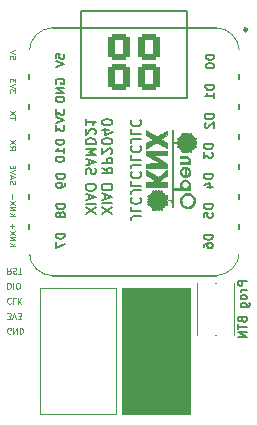
<source format=gbr>
%TF.GenerationSoftware,KiCad,Pcbnew,(7.0.0-0)*%
%TF.CreationDate,2023-03-02T20:45:30+01:00*%
%TF.ProjectId,OpenKNXiaO-Mini,4f70656e-4b4e-4586-9961-4f2d4d696e69,1.3*%
%TF.SameCoordinates,Original*%
%TF.FileFunction,Legend,Bot*%
%TF.FilePolarity,Positive*%
%FSLAX46Y46*%
G04 Gerber Fmt 4.6, Leading zero omitted, Abs format (unit mm)*
G04 Created by KiCad (PCBNEW (7.0.0-0)) date 2023-03-02 20:45:30*
%MOMM*%
%LPD*%
G01*
G04 APERTURE LIST*
G04 Aperture macros list*
%AMRoundRect*
0 Rectangle with rounded corners*
0 $1 Rounding radius*
0 $2 $3 $4 $5 $6 $7 $8 $9 X,Y pos of 4 corners*
0 Add a 4 corners polygon primitive as box body*
4,1,4,$2,$3,$4,$5,$6,$7,$8,$9,$2,$3,0*
0 Add four circle primitives for the rounded corners*
1,1,$1+$1,$2,$3*
1,1,$1+$1,$4,$5*
1,1,$1+$1,$6,$7*
1,1,$1+$1,$8,$9*
0 Add four rect primitives between the rounded corners*
20,1,$1+$1,$2,$3,$4,$5,0*
20,1,$1+$1,$4,$5,$6,$7,0*
20,1,$1+$1,$6,$7,$8,$9,0*
20,1,$1+$1,$8,$9,$2,$3,0*%
G04 Aperture macros list end*
%ADD10C,0.150000*%
%ADD11C,0.125000*%
%ADD12C,0.187500*%
%ADD13C,0.100000*%
%ADD14C,0.120000*%
%ADD15C,0.127000*%
%ADD16C,0.254000*%
%ADD17C,0.025400*%
%ADD18C,0.010000*%
%ADD19R,1.000000X1.000000*%
%ADD20O,1.000000X1.000000*%
%ADD21O,1.700000X1.700000*%
%ADD22R,1.700000X1.700000*%
%ADD23O,3.000000X2.000000*%
%ADD24RoundRect,0.270000X-0.630000X-0.830000X0.630000X-0.830000X0.630000X0.830000X-0.630000X0.830000X0*%
%ADD25R,1.000000X0.900000*%
G04 APERTURE END LIST*
D10*
X125179722Y-115726189D02*
X124572579Y-115726189D01*
X124572579Y-115726189D02*
X124451150Y-115766666D01*
X124451150Y-115766666D02*
X124370198Y-115847618D01*
X124370198Y-115847618D02*
X124329722Y-115969047D01*
X124329722Y-115969047D02*
X124329722Y-116049999D01*
X124329722Y-114916666D02*
X124329722Y-115321428D01*
X124329722Y-115321428D02*
X125179722Y-115321428D01*
X124410674Y-114147618D02*
X124370198Y-114188094D01*
X124370198Y-114188094D02*
X124329722Y-114309523D01*
X124329722Y-114309523D02*
X124329722Y-114390475D01*
X124329722Y-114390475D02*
X124370198Y-114511904D01*
X124370198Y-114511904D02*
X124451150Y-114592856D01*
X124451150Y-114592856D02*
X124532103Y-114633333D01*
X124532103Y-114633333D02*
X124694007Y-114673809D01*
X124694007Y-114673809D02*
X124815436Y-114673809D01*
X124815436Y-114673809D02*
X124977341Y-114633333D01*
X124977341Y-114633333D02*
X125058293Y-114592856D01*
X125058293Y-114592856D02*
X125139246Y-114511904D01*
X125139246Y-114511904D02*
X125179722Y-114390475D01*
X125179722Y-114390475D02*
X125179722Y-114309523D01*
X125179722Y-114309523D02*
X125139246Y-114188094D01*
X125139246Y-114188094D02*
X125098769Y-114147618D01*
X125179722Y-113540475D02*
X124572579Y-113540475D01*
X124572579Y-113540475D02*
X124451150Y-113580952D01*
X124451150Y-113580952D02*
X124370198Y-113661904D01*
X124370198Y-113661904D02*
X124329722Y-113783333D01*
X124329722Y-113783333D02*
X124329722Y-113864285D01*
X124329722Y-112730952D02*
X124329722Y-113135714D01*
X124329722Y-113135714D02*
X125179722Y-113135714D01*
X124410674Y-111961904D02*
X124370198Y-112002380D01*
X124370198Y-112002380D02*
X124329722Y-112123809D01*
X124329722Y-112123809D02*
X124329722Y-112204761D01*
X124329722Y-112204761D02*
X124370198Y-112326190D01*
X124370198Y-112326190D02*
X124451150Y-112407142D01*
X124451150Y-112407142D02*
X124532103Y-112447619D01*
X124532103Y-112447619D02*
X124694007Y-112488095D01*
X124694007Y-112488095D02*
X124815436Y-112488095D01*
X124815436Y-112488095D02*
X124977341Y-112447619D01*
X124977341Y-112447619D02*
X125058293Y-112407142D01*
X125058293Y-112407142D02*
X125139246Y-112326190D01*
X125139246Y-112326190D02*
X125179722Y-112204761D01*
X125179722Y-112204761D02*
X125179722Y-112123809D01*
X125179722Y-112123809D02*
X125139246Y-112002380D01*
X125139246Y-112002380D02*
X125098769Y-111961904D01*
X125179722Y-111354761D02*
X124572579Y-111354761D01*
X124572579Y-111354761D02*
X124451150Y-111395238D01*
X124451150Y-111395238D02*
X124370198Y-111476190D01*
X124370198Y-111476190D02*
X124329722Y-111597619D01*
X124329722Y-111597619D02*
X124329722Y-111678571D01*
X124329722Y-110545238D02*
X124329722Y-110950000D01*
X124329722Y-110950000D02*
X125179722Y-110950000D01*
X124410674Y-109776190D02*
X124370198Y-109816666D01*
X124370198Y-109816666D02*
X124329722Y-109938095D01*
X124329722Y-109938095D02*
X124329722Y-110019047D01*
X124329722Y-110019047D02*
X124370198Y-110140476D01*
X124370198Y-110140476D02*
X124451150Y-110221428D01*
X124451150Y-110221428D02*
X124532103Y-110261905D01*
X124532103Y-110261905D02*
X124694007Y-110302381D01*
X124694007Y-110302381D02*
X124815436Y-110302381D01*
X124815436Y-110302381D02*
X124977341Y-110261905D01*
X124977341Y-110261905D02*
X125058293Y-110221428D01*
X125058293Y-110221428D02*
X125139246Y-110140476D01*
X125139246Y-110140476D02*
X125179722Y-110019047D01*
X125179722Y-110019047D02*
X125179722Y-109938095D01*
X125179722Y-109938095D02*
X125139246Y-109816666D01*
X125139246Y-109816666D02*
X125098769Y-109776190D01*
X125179722Y-109169047D02*
X124572579Y-109169047D01*
X124572579Y-109169047D02*
X124451150Y-109209524D01*
X124451150Y-109209524D02*
X124370198Y-109290476D01*
X124370198Y-109290476D02*
X124329722Y-109411905D01*
X124329722Y-109411905D02*
X124329722Y-109492857D01*
X124329722Y-108359524D02*
X124329722Y-108764286D01*
X124329722Y-108764286D02*
X125179722Y-108764286D01*
X124410674Y-107590476D02*
X124370198Y-107630952D01*
X124370198Y-107630952D02*
X124329722Y-107752381D01*
X124329722Y-107752381D02*
X124329722Y-107833333D01*
X124329722Y-107833333D02*
X124370198Y-107954762D01*
X124370198Y-107954762D02*
X124451150Y-108035714D01*
X124451150Y-108035714D02*
X124532103Y-108076191D01*
X124532103Y-108076191D02*
X124694007Y-108116667D01*
X124694007Y-108116667D02*
X124815436Y-108116667D01*
X124815436Y-108116667D02*
X124977341Y-108076191D01*
X124977341Y-108076191D02*
X125058293Y-108035714D01*
X125058293Y-108035714D02*
X125139246Y-107954762D01*
X125139246Y-107954762D02*
X125179722Y-107833333D01*
X125179722Y-107833333D02*
X125179722Y-107752381D01*
X125179722Y-107752381D02*
X125139246Y-107630952D01*
X125139246Y-107630952D02*
X125098769Y-107590476D01*
X122726225Y-115519285D02*
X121876225Y-114952618D01*
X122726225Y-114952618D02*
X121876225Y-115519285D01*
X121876225Y-114628809D02*
X122726225Y-114628809D01*
X122119082Y-114264523D02*
X122119082Y-113859761D01*
X121876225Y-114345475D02*
X122726225Y-114062142D01*
X122726225Y-114062142D02*
X121876225Y-113778808D01*
X122726225Y-113333571D02*
X122726225Y-113171666D01*
X122726225Y-113171666D02*
X122685749Y-113090714D01*
X122685749Y-113090714D02*
X122604796Y-113009761D01*
X122604796Y-113009761D02*
X122442891Y-112969285D01*
X122442891Y-112969285D02*
X122159558Y-112969285D01*
X122159558Y-112969285D02*
X121997653Y-113009761D01*
X121997653Y-113009761D02*
X121916701Y-113090714D01*
X121916701Y-113090714D02*
X121876225Y-113171666D01*
X121876225Y-113171666D02*
X121876225Y-113333571D01*
X121876225Y-113333571D02*
X121916701Y-113414523D01*
X121916701Y-113414523D02*
X121997653Y-113495476D01*
X121997653Y-113495476D02*
X122159558Y-113535952D01*
X122159558Y-113535952D02*
X122442891Y-113535952D01*
X122442891Y-113535952D02*
X122604796Y-113495476D01*
X122604796Y-113495476D02*
X122685749Y-113414523D01*
X122685749Y-113414523D02*
X122726225Y-113333571D01*
X121876225Y-111609285D02*
X122280987Y-111892619D01*
X121876225Y-112095000D02*
X122726225Y-112095000D01*
X122726225Y-112095000D02*
X122726225Y-111771190D01*
X122726225Y-111771190D02*
X122685749Y-111690238D01*
X122685749Y-111690238D02*
X122645272Y-111649761D01*
X122645272Y-111649761D02*
X122564320Y-111609285D01*
X122564320Y-111609285D02*
X122442891Y-111609285D01*
X122442891Y-111609285D02*
X122361939Y-111649761D01*
X122361939Y-111649761D02*
X122321463Y-111690238D01*
X122321463Y-111690238D02*
X122280987Y-111771190D01*
X122280987Y-111771190D02*
X122280987Y-112095000D01*
X121876225Y-111245000D02*
X122726225Y-111245000D01*
X122726225Y-111245000D02*
X122726225Y-110921190D01*
X122726225Y-110921190D02*
X122685749Y-110840238D01*
X122685749Y-110840238D02*
X122645272Y-110799761D01*
X122645272Y-110799761D02*
X122564320Y-110759285D01*
X122564320Y-110759285D02*
X122442891Y-110759285D01*
X122442891Y-110759285D02*
X122361939Y-110799761D01*
X122361939Y-110799761D02*
X122321463Y-110840238D01*
X122321463Y-110840238D02*
X122280987Y-110921190D01*
X122280987Y-110921190D02*
X122280987Y-111245000D01*
X122645272Y-110435476D02*
X122685749Y-110395000D01*
X122685749Y-110395000D02*
X122726225Y-110314047D01*
X122726225Y-110314047D02*
X122726225Y-110111666D01*
X122726225Y-110111666D02*
X122685749Y-110030714D01*
X122685749Y-110030714D02*
X122645272Y-109990238D01*
X122645272Y-109990238D02*
X122564320Y-109949761D01*
X122564320Y-109949761D02*
X122483368Y-109949761D01*
X122483368Y-109949761D02*
X122361939Y-109990238D01*
X122361939Y-109990238D02*
X121876225Y-110475952D01*
X121876225Y-110475952D02*
X121876225Y-109949761D01*
X122726225Y-109423571D02*
X122726225Y-109342618D01*
X122726225Y-109342618D02*
X122685749Y-109261666D01*
X122685749Y-109261666D02*
X122645272Y-109221190D01*
X122645272Y-109221190D02*
X122564320Y-109180714D01*
X122564320Y-109180714D02*
X122402415Y-109140237D01*
X122402415Y-109140237D02*
X122200034Y-109140237D01*
X122200034Y-109140237D02*
X122038129Y-109180714D01*
X122038129Y-109180714D02*
X121957177Y-109221190D01*
X121957177Y-109221190D02*
X121916701Y-109261666D01*
X121916701Y-109261666D02*
X121876225Y-109342618D01*
X121876225Y-109342618D02*
X121876225Y-109423571D01*
X121876225Y-109423571D02*
X121916701Y-109504523D01*
X121916701Y-109504523D02*
X121957177Y-109544999D01*
X121957177Y-109544999D02*
X122038129Y-109585476D01*
X122038129Y-109585476D02*
X122200034Y-109625952D01*
X122200034Y-109625952D02*
X122402415Y-109625952D01*
X122402415Y-109625952D02*
X122564320Y-109585476D01*
X122564320Y-109585476D02*
X122645272Y-109544999D01*
X122645272Y-109544999D02*
X122685749Y-109504523D01*
X122685749Y-109504523D02*
X122726225Y-109423571D01*
X122442891Y-108411666D02*
X121876225Y-108411666D01*
X122766701Y-108614047D02*
X122159558Y-108816428D01*
X122159558Y-108816428D02*
X122159558Y-108290237D01*
X122726225Y-107804523D02*
X122726225Y-107723570D01*
X122726225Y-107723570D02*
X122685749Y-107642618D01*
X122685749Y-107642618D02*
X122645272Y-107602142D01*
X122645272Y-107602142D02*
X122564320Y-107561666D01*
X122564320Y-107561666D02*
X122402415Y-107521189D01*
X122402415Y-107521189D02*
X122200034Y-107521189D01*
X122200034Y-107521189D02*
X122038129Y-107561666D01*
X122038129Y-107561666D02*
X121957177Y-107602142D01*
X121957177Y-107602142D02*
X121916701Y-107642618D01*
X121916701Y-107642618D02*
X121876225Y-107723570D01*
X121876225Y-107723570D02*
X121876225Y-107804523D01*
X121876225Y-107804523D02*
X121916701Y-107885475D01*
X121916701Y-107885475D02*
X121957177Y-107925951D01*
X121957177Y-107925951D02*
X122038129Y-107966428D01*
X122038129Y-107966428D02*
X122200034Y-108006904D01*
X122200034Y-108006904D02*
X122402415Y-108006904D01*
X122402415Y-108006904D02*
X122564320Y-107966428D01*
X122564320Y-107966428D02*
X122645272Y-107925951D01*
X122645272Y-107925951D02*
X122685749Y-107885475D01*
X122685749Y-107885475D02*
X122726225Y-107804523D01*
X121349225Y-115539523D02*
X120499225Y-114972856D01*
X121349225Y-114972856D02*
X120499225Y-115539523D01*
X120499225Y-114649047D02*
X121349225Y-114649047D01*
X120742082Y-114284761D02*
X120742082Y-113879999D01*
X120499225Y-114365713D02*
X121349225Y-114082380D01*
X121349225Y-114082380D02*
X120499225Y-113799046D01*
X121349225Y-113353809D02*
X121349225Y-113191904D01*
X121349225Y-113191904D02*
X121308749Y-113110952D01*
X121308749Y-113110952D02*
X121227796Y-113029999D01*
X121227796Y-113029999D02*
X121065891Y-112989523D01*
X121065891Y-112989523D02*
X120782558Y-112989523D01*
X120782558Y-112989523D02*
X120620653Y-113029999D01*
X120620653Y-113029999D02*
X120539701Y-113110952D01*
X120539701Y-113110952D02*
X120499225Y-113191904D01*
X120499225Y-113191904D02*
X120499225Y-113353809D01*
X120499225Y-113353809D02*
X120539701Y-113434761D01*
X120539701Y-113434761D02*
X120620653Y-113515714D01*
X120620653Y-113515714D02*
X120782558Y-113556190D01*
X120782558Y-113556190D02*
X121065891Y-113556190D01*
X121065891Y-113556190D02*
X121227796Y-113515714D01*
X121227796Y-113515714D02*
X121308749Y-113434761D01*
X121308749Y-113434761D02*
X121349225Y-113353809D01*
X120539701Y-112155714D02*
X120499225Y-112034285D01*
X120499225Y-112034285D02*
X120499225Y-111831904D01*
X120499225Y-111831904D02*
X120539701Y-111750952D01*
X120539701Y-111750952D02*
X120580177Y-111710476D01*
X120580177Y-111710476D02*
X120661129Y-111669999D01*
X120661129Y-111669999D02*
X120742082Y-111669999D01*
X120742082Y-111669999D02*
X120823034Y-111710476D01*
X120823034Y-111710476D02*
X120863510Y-111750952D01*
X120863510Y-111750952D02*
X120903987Y-111831904D01*
X120903987Y-111831904D02*
X120944463Y-111993809D01*
X120944463Y-111993809D02*
X120984939Y-112074761D01*
X120984939Y-112074761D02*
X121025415Y-112115238D01*
X121025415Y-112115238D02*
X121106368Y-112155714D01*
X121106368Y-112155714D02*
X121187320Y-112155714D01*
X121187320Y-112155714D02*
X121268272Y-112115238D01*
X121268272Y-112115238D02*
X121308749Y-112074761D01*
X121308749Y-112074761D02*
X121349225Y-111993809D01*
X121349225Y-111993809D02*
X121349225Y-111791428D01*
X121349225Y-111791428D02*
X121308749Y-111669999D01*
X120742082Y-111346190D02*
X120742082Y-110941428D01*
X120499225Y-111427142D02*
X121349225Y-111143809D01*
X121349225Y-111143809D02*
X120499225Y-110860475D01*
X120499225Y-110577143D02*
X121349225Y-110577143D01*
X121349225Y-110577143D02*
X120742082Y-110293809D01*
X120742082Y-110293809D02*
X121349225Y-110010476D01*
X121349225Y-110010476D02*
X120499225Y-110010476D01*
X120499225Y-109605714D02*
X121349225Y-109605714D01*
X121349225Y-109605714D02*
X121349225Y-109403333D01*
X121349225Y-109403333D02*
X121308749Y-109281904D01*
X121308749Y-109281904D02*
X121227796Y-109200952D01*
X121227796Y-109200952D02*
X121146844Y-109160475D01*
X121146844Y-109160475D02*
X120984939Y-109119999D01*
X120984939Y-109119999D02*
X120863510Y-109119999D01*
X120863510Y-109119999D02*
X120701606Y-109160475D01*
X120701606Y-109160475D02*
X120620653Y-109200952D01*
X120620653Y-109200952D02*
X120539701Y-109281904D01*
X120539701Y-109281904D02*
X120499225Y-109403333D01*
X120499225Y-109403333D02*
X120499225Y-109605714D01*
X121268272Y-108796190D02*
X121308749Y-108755714D01*
X121308749Y-108755714D02*
X121349225Y-108674761D01*
X121349225Y-108674761D02*
X121349225Y-108472380D01*
X121349225Y-108472380D02*
X121308749Y-108391428D01*
X121308749Y-108391428D02*
X121268272Y-108350952D01*
X121268272Y-108350952D02*
X121187320Y-108310475D01*
X121187320Y-108310475D02*
X121106368Y-108310475D01*
X121106368Y-108310475D02*
X120984939Y-108350952D01*
X120984939Y-108350952D02*
X120499225Y-108836666D01*
X120499225Y-108836666D02*
X120499225Y-108310475D01*
X120499225Y-107500951D02*
X120499225Y-107986666D01*
X120499225Y-107743809D02*
X121349225Y-107743809D01*
X121349225Y-107743809D02*
X121227796Y-107824761D01*
X121227796Y-107824761D02*
X121146844Y-107905713D01*
X121146844Y-107905713D02*
X121106368Y-107986666D01*
D11*
%TO.C,J6*%
X114152856Y-120088309D02*
X113986190Y-120326404D01*
X113867142Y-120088309D02*
X113867142Y-120588309D01*
X113867142Y-120588309D02*
X114057618Y-120588309D01*
X114057618Y-120588309D02*
X114105237Y-120564500D01*
X114105237Y-120564500D02*
X114129047Y-120540690D01*
X114129047Y-120540690D02*
X114152856Y-120493071D01*
X114152856Y-120493071D02*
X114152856Y-120421642D01*
X114152856Y-120421642D02*
X114129047Y-120374023D01*
X114129047Y-120374023D02*
X114105237Y-120350214D01*
X114105237Y-120350214D02*
X114057618Y-120326404D01*
X114057618Y-120326404D02*
X113867142Y-120326404D01*
X114343333Y-120112119D02*
X114414761Y-120088309D01*
X114414761Y-120088309D02*
X114533809Y-120088309D01*
X114533809Y-120088309D02*
X114581428Y-120112119D01*
X114581428Y-120112119D02*
X114605237Y-120135928D01*
X114605237Y-120135928D02*
X114629047Y-120183547D01*
X114629047Y-120183547D02*
X114629047Y-120231166D01*
X114629047Y-120231166D02*
X114605237Y-120278785D01*
X114605237Y-120278785D02*
X114581428Y-120302595D01*
X114581428Y-120302595D02*
X114533809Y-120326404D01*
X114533809Y-120326404D02*
X114438571Y-120350214D01*
X114438571Y-120350214D02*
X114390952Y-120374023D01*
X114390952Y-120374023D02*
X114367142Y-120397833D01*
X114367142Y-120397833D02*
X114343333Y-120445452D01*
X114343333Y-120445452D02*
X114343333Y-120493071D01*
X114343333Y-120493071D02*
X114367142Y-120540690D01*
X114367142Y-120540690D02*
X114390952Y-120564500D01*
X114390952Y-120564500D02*
X114438571Y-120588309D01*
X114438571Y-120588309D02*
X114557618Y-120588309D01*
X114557618Y-120588309D02*
X114629047Y-120564500D01*
X114771904Y-120588309D02*
X115057618Y-120588309D01*
X114914761Y-120088309D02*
X114914761Y-120588309D01*
X114129047Y-125634500D02*
X114081428Y-125658309D01*
X114081428Y-125658309D02*
X114009999Y-125658309D01*
X114009999Y-125658309D02*
X113938571Y-125634500D01*
X113938571Y-125634500D02*
X113890952Y-125586880D01*
X113890952Y-125586880D02*
X113867142Y-125539261D01*
X113867142Y-125539261D02*
X113843333Y-125444023D01*
X113843333Y-125444023D02*
X113843333Y-125372595D01*
X113843333Y-125372595D02*
X113867142Y-125277357D01*
X113867142Y-125277357D02*
X113890952Y-125229738D01*
X113890952Y-125229738D02*
X113938571Y-125182119D01*
X113938571Y-125182119D02*
X114009999Y-125158309D01*
X114009999Y-125158309D02*
X114057618Y-125158309D01*
X114057618Y-125158309D02*
X114129047Y-125182119D01*
X114129047Y-125182119D02*
X114152856Y-125205928D01*
X114152856Y-125205928D02*
X114152856Y-125372595D01*
X114152856Y-125372595D02*
X114057618Y-125372595D01*
X114367142Y-125158309D02*
X114367142Y-125658309D01*
X114367142Y-125658309D02*
X114652856Y-125158309D01*
X114652856Y-125158309D02*
X114652856Y-125658309D01*
X114890952Y-125158309D02*
X114890952Y-125658309D01*
X114890952Y-125658309D02*
X115010000Y-125658309D01*
X115010000Y-125658309D02*
X115081428Y-125634500D01*
X115081428Y-125634500D02*
X115129047Y-125586880D01*
X115129047Y-125586880D02*
X115152857Y-125539261D01*
X115152857Y-125539261D02*
X115176666Y-125444023D01*
X115176666Y-125444023D02*
X115176666Y-125372595D01*
X115176666Y-125372595D02*
X115152857Y-125277357D01*
X115152857Y-125277357D02*
X115129047Y-125229738D01*
X115129047Y-125229738D02*
X115081428Y-125182119D01*
X115081428Y-125182119D02*
X115010000Y-125158309D01*
X115010000Y-125158309D02*
X114890952Y-125158309D01*
X113819523Y-124398309D02*
X114129047Y-124398309D01*
X114129047Y-124398309D02*
X113962380Y-124207833D01*
X113962380Y-124207833D02*
X114033809Y-124207833D01*
X114033809Y-124207833D02*
X114081428Y-124184023D01*
X114081428Y-124184023D02*
X114105237Y-124160214D01*
X114105237Y-124160214D02*
X114129047Y-124112595D01*
X114129047Y-124112595D02*
X114129047Y-123993547D01*
X114129047Y-123993547D02*
X114105237Y-123945928D01*
X114105237Y-123945928D02*
X114081428Y-123922119D01*
X114081428Y-123922119D02*
X114033809Y-123898309D01*
X114033809Y-123898309D02*
X113890952Y-123898309D01*
X113890952Y-123898309D02*
X113843333Y-123922119D01*
X113843333Y-123922119D02*
X113819523Y-123945928D01*
X114271904Y-124398309D02*
X114438570Y-123898309D01*
X114438570Y-123898309D02*
X114605237Y-124398309D01*
X114724284Y-124398309D02*
X115033808Y-124398309D01*
X115033808Y-124398309D02*
X114867141Y-124207833D01*
X114867141Y-124207833D02*
X114938570Y-124207833D01*
X114938570Y-124207833D02*
X114986189Y-124184023D01*
X114986189Y-124184023D02*
X115009998Y-124160214D01*
X115009998Y-124160214D02*
X115033808Y-124112595D01*
X115033808Y-124112595D02*
X115033808Y-123993547D01*
X115033808Y-123993547D02*
X115009998Y-123945928D01*
X115009998Y-123945928D02*
X114986189Y-123922119D01*
X114986189Y-123922119D02*
X114938570Y-123898309D01*
X114938570Y-123898309D02*
X114795713Y-123898309D01*
X114795713Y-123898309D02*
X114748094Y-123922119D01*
X114748094Y-123922119D02*
X114724284Y-123945928D01*
X114152856Y-122675928D02*
X114129047Y-122652119D01*
X114129047Y-122652119D02*
X114057618Y-122628309D01*
X114057618Y-122628309D02*
X114009999Y-122628309D01*
X114009999Y-122628309D02*
X113938571Y-122652119D01*
X113938571Y-122652119D02*
X113890952Y-122699738D01*
X113890952Y-122699738D02*
X113867142Y-122747357D01*
X113867142Y-122747357D02*
X113843333Y-122842595D01*
X113843333Y-122842595D02*
X113843333Y-122914023D01*
X113843333Y-122914023D02*
X113867142Y-123009261D01*
X113867142Y-123009261D02*
X113890952Y-123056880D01*
X113890952Y-123056880D02*
X113938571Y-123104500D01*
X113938571Y-123104500D02*
X114009999Y-123128309D01*
X114009999Y-123128309D02*
X114057618Y-123128309D01*
X114057618Y-123128309D02*
X114129047Y-123104500D01*
X114129047Y-123104500D02*
X114152856Y-123080690D01*
X114605237Y-122628309D02*
X114367142Y-122628309D01*
X114367142Y-122628309D02*
X114367142Y-123128309D01*
X114771904Y-122628309D02*
X114771904Y-123128309D01*
X115057618Y-122628309D02*
X114843333Y-122914023D01*
X115057618Y-123128309D02*
X114771904Y-122842595D01*
X113867142Y-121348309D02*
X113867142Y-121848309D01*
X113867142Y-121848309D02*
X113986190Y-121848309D01*
X113986190Y-121848309D02*
X114057618Y-121824500D01*
X114057618Y-121824500D02*
X114105237Y-121776880D01*
X114105237Y-121776880D02*
X114129047Y-121729261D01*
X114129047Y-121729261D02*
X114152856Y-121634023D01*
X114152856Y-121634023D02*
X114152856Y-121562595D01*
X114152856Y-121562595D02*
X114129047Y-121467357D01*
X114129047Y-121467357D02*
X114105237Y-121419738D01*
X114105237Y-121419738D02*
X114057618Y-121372119D01*
X114057618Y-121372119D02*
X113986190Y-121348309D01*
X113986190Y-121348309D02*
X113867142Y-121348309D01*
X114367142Y-121348309D02*
X114367142Y-121848309D01*
X114700475Y-121848309D02*
X114795713Y-121848309D01*
X114795713Y-121848309D02*
X114843332Y-121824500D01*
X114843332Y-121824500D02*
X114890951Y-121776880D01*
X114890951Y-121776880D02*
X114914761Y-121681642D01*
X114914761Y-121681642D02*
X114914761Y-121514976D01*
X114914761Y-121514976D02*
X114890951Y-121419738D01*
X114890951Y-121419738D02*
X114843332Y-121372119D01*
X114843332Y-121372119D02*
X114795713Y-121348309D01*
X114795713Y-121348309D02*
X114700475Y-121348309D01*
X114700475Y-121348309D02*
X114652856Y-121372119D01*
X114652856Y-121372119D02*
X114605237Y-121419738D01*
X114605237Y-121419738D02*
X114581428Y-121514976D01*
X114581428Y-121514976D02*
X114581428Y-121681642D01*
X114581428Y-121681642D02*
X114605237Y-121776880D01*
X114605237Y-121776880D02*
X114652856Y-121824500D01*
X114652856Y-121824500D02*
X114700475Y-121848309D01*
%TO.C,GN1*%
X114070119Y-113032617D02*
X114046309Y-112961189D01*
X114046309Y-112961189D02*
X114046309Y-112842141D01*
X114046309Y-112842141D02*
X114070119Y-112794522D01*
X114070119Y-112794522D02*
X114093928Y-112770713D01*
X114093928Y-112770713D02*
X114141547Y-112746903D01*
X114141547Y-112746903D02*
X114189166Y-112746903D01*
X114189166Y-112746903D02*
X114236785Y-112770713D01*
X114236785Y-112770713D02*
X114260595Y-112794522D01*
X114260595Y-112794522D02*
X114284404Y-112842141D01*
X114284404Y-112842141D02*
X114308214Y-112937379D01*
X114308214Y-112937379D02*
X114332023Y-112984998D01*
X114332023Y-112984998D02*
X114355833Y-113008808D01*
X114355833Y-113008808D02*
X114403452Y-113032617D01*
X114403452Y-113032617D02*
X114451071Y-113032617D01*
X114451071Y-113032617D02*
X114498690Y-113008808D01*
X114498690Y-113008808D02*
X114522500Y-112984998D01*
X114522500Y-112984998D02*
X114546309Y-112937379D01*
X114546309Y-112937379D02*
X114546309Y-112818332D01*
X114546309Y-112818332D02*
X114522500Y-112746903D01*
X114189166Y-112556427D02*
X114189166Y-112318332D01*
X114046309Y-112604046D02*
X114546309Y-112437380D01*
X114546309Y-112437380D02*
X114046309Y-112270713D01*
X114546309Y-112175475D02*
X114046309Y-112008809D01*
X114046309Y-112008809D02*
X114546309Y-111842142D01*
X114308214Y-111675476D02*
X114308214Y-111508809D01*
X114046309Y-111437381D02*
X114046309Y-111675476D01*
X114046309Y-111675476D02*
X114546309Y-111675476D01*
X114546309Y-111675476D02*
X114546309Y-111437381D01*
X114046309Y-118250476D02*
X114546309Y-118250476D01*
X114046309Y-117964762D02*
X114332023Y-118179047D01*
X114546309Y-117964762D02*
X114260595Y-118250476D01*
X114046309Y-117750476D02*
X114546309Y-117750476D01*
X114546309Y-117750476D02*
X114046309Y-117464762D01*
X114046309Y-117464762D02*
X114546309Y-117464762D01*
X114546309Y-117274285D02*
X114046309Y-116940952D01*
X114546309Y-116940952D02*
X114046309Y-117274285D01*
X114236785Y-116750476D02*
X114236785Y-116369524D01*
X114046309Y-116560000D02*
X114427261Y-116560000D01*
X114546309Y-105279046D02*
X114546309Y-104969522D01*
X114546309Y-104969522D02*
X114355833Y-105136189D01*
X114355833Y-105136189D02*
X114355833Y-105064760D01*
X114355833Y-105064760D02*
X114332023Y-105017141D01*
X114332023Y-105017141D02*
X114308214Y-104993332D01*
X114308214Y-104993332D02*
X114260595Y-104969522D01*
X114260595Y-104969522D02*
X114141547Y-104969522D01*
X114141547Y-104969522D02*
X114093928Y-104993332D01*
X114093928Y-104993332D02*
X114070119Y-105017141D01*
X114070119Y-105017141D02*
X114046309Y-105064760D01*
X114046309Y-105064760D02*
X114046309Y-105207617D01*
X114046309Y-105207617D02*
X114070119Y-105255236D01*
X114070119Y-105255236D02*
X114093928Y-105279046D01*
X114546309Y-104826665D02*
X114046309Y-104659999D01*
X114046309Y-104659999D02*
X114546309Y-104493332D01*
X114546309Y-104374285D02*
X114546309Y-104064761D01*
X114546309Y-104064761D02*
X114355833Y-104231428D01*
X114355833Y-104231428D02*
X114355833Y-104159999D01*
X114355833Y-104159999D02*
X114332023Y-104112380D01*
X114332023Y-104112380D02*
X114308214Y-104088571D01*
X114308214Y-104088571D02*
X114260595Y-104064761D01*
X114260595Y-104064761D02*
X114141547Y-104064761D01*
X114141547Y-104064761D02*
X114093928Y-104088571D01*
X114093928Y-104088571D02*
X114070119Y-104112380D01*
X114070119Y-104112380D02*
X114046309Y-104159999D01*
X114046309Y-104159999D02*
X114046309Y-104302856D01*
X114046309Y-104302856D02*
X114070119Y-104350475D01*
X114070119Y-104350475D02*
X114093928Y-104374285D01*
X114046309Y-115725476D02*
X114546309Y-115725476D01*
X114046309Y-115439762D02*
X114332023Y-115654047D01*
X114546309Y-115439762D02*
X114260595Y-115725476D01*
X114046309Y-115225476D02*
X114546309Y-115225476D01*
X114546309Y-115225476D02*
X114046309Y-114939762D01*
X114046309Y-114939762D02*
X114546309Y-114939762D01*
X114546309Y-114749285D02*
X114046309Y-114415952D01*
X114546309Y-114415952D02*
X114046309Y-114749285D01*
X114236785Y-114225476D02*
X114236785Y-113844524D01*
X114546309Y-107540951D02*
X114546309Y-107255237D01*
X114046309Y-107398094D02*
X114546309Y-107398094D01*
X114546309Y-107136190D02*
X114046309Y-106802857D01*
X114546309Y-106802857D02*
X114046309Y-107136190D01*
X114546309Y-102155237D02*
X114546309Y-102393332D01*
X114546309Y-102393332D02*
X114308214Y-102417141D01*
X114308214Y-102417141D02*
X114332023Y-102393332D01*
X114332023Y-102393332D02*
X114355833Y-102345713D01*
X114355833Y-102345713D02*
X114355833Y-102226665D01*
X114355833Y-102226665D02*
X114332023Y-102179046D01*
X114332023Y-102179046D02*
X114308214Y-102155237D01*
X114308214Y-102155237D02*
X114260595Y-102131427D01*
X114260595Y-102131427D02*
X114141547Y-102131427D01*
X114141547Y-102131427D02*
X114093928Y-102155237D01*
X114093928Y-102155237D02*
X114070119Y-102179046D01*
X114070119Y-102179046D02*
X114046309Y-102226665D01*
X114046309Y-102226665D02*
X114046309Y-102345713D01*
X114046309Y-102345713D02*
X114070119Y-102393332D01*
X114070119Y-102393332D02*
X114093928Y-102417141D01*
X114546309Y-101988570D02*
X114046309Y-101821904D01*
X114046309Y-101821904D02*
X114546309Y-101655237D01*
X114046309Y-109793333D02*
X114284404Y-109959999D01*
X114046309Y-110079047D02*
X114546309Y-110079047D01*
X114546309Y-110079047D02*
X114546309Y-109888571D01*
X114546309Y-109888571D02*
X114522500Y-109840952D01*
X114522500Y-109840952D02*
X114498690Y-109817142D01*
X114498690Y-109817142D02*
X114451071Y-109793333D01*
X114451071Y-109793333D02*
X114379642Y-109793333D01*
X114379642Y-109793333D02*
X114332023Y-109817142D01*
X114332023Y-109817142D02*
X114308214Y-109840952D01*
X114308214Y-109840952D02*
X114284404Y-109888571D01*
X114284404Y-109888571D02*
X114284404Y-110079047D01*
X114546309Y-109626666D02*
X114046309Y-109293333D01*
X114546309Y-109293333D02*
X114046309Y-109626666D01*
D12*
%TO.C,U1*%
X131367635Y-104602214D02*
X130617635Y-104602214D01*
X130617635Y-104602214D02*
X130617635Y-104780785D01*
X130617635Y-104780785D02*
X130653350Y-104887928D01*
X130653350Y-104887928D02*
X130724778Y-104959357D01*
X130724778Y-104959357D02*
X130796207Y-104995071D01*
X130796207Y-104995071D02*
X130939064Y-105030785D01*
X130939064Y-105030785D02*
X131046207Y-105030785D01*
X131046207Y-105030785D02*
X131189064Y-104995071D01*
X131189064Y-104995071D02*
X131260492Y-104959357D01*
X131260492Y-104959357D02*
X131331921Y-104887928D01*
X131331921Y-104887928D02*
X131367635Y-104780785D01*
X131367635Y-104780785D02*
X131367635Y-104602214D01*
X131367635Y-105745071D02*
X131367635Y-105316500D01*
X131367635Y-105530785D02*
X130617635Y-105530785D01*
X130617635Y-105530785D02*
X130724778Y-105459357D01*
X130724778Y-105459357D02*
X130796207Y-105387928D01*
X130796207Y-105387928D02*
X130831921Y-105316500D01*
X118707635Y-117207214D02*
X117957635Y-117207214D01*
X117957635Y-117207214D02*
X117957635Y-117385785D01*
X117957635Y-117385785D02*
X117993350Y-117492928D01*
X117993350Y-117492928D02*
X118064778Y-117564357D01*
X118064778Y-117564357D02*
X118136207Y-117600071D01*
X118136207Y-117600071D02*
X118279064Y-117635785D01*
X118279064Y-117635785D02*
X118386207Y-117635785D01*
X118386207Y-117635785D02*
X118529064Y-117600071D01*
X118529064Y-117600071D02*
X118600492Y-117564357D01*
X118600492Y-117564357D02*
X118671921Y-117492928D01*
X118671921Y-117492928D02*
X118707635Y-117385785D01*
X118707635Y-117385785D02*
X118707635Y-117207214D01*
X117957635Y-117885785D02*
X117957635Y-118385785D01*
X117957635Y-118385785D02*
X118707635Y-118064357D01*
X131257635Y-112166214D02*
X130507635Y-112166214D01*
X130507635Y-112166214D02*
X130507635Y-112344785D01*
X130507635Y-112344785D02*
X130543350Y-112451928D01*
X130543350Y-112451928D02*
X130614778Y-112523357D01*
X130614778Y-112523357D02*
X130686207Y-112559071D01*
X130686207Y-112559071D02*
X130829064Y-112594785D01*
X130829064Y-112594785D02*
X130936207Y-112594785D01*
X130936207Y-112594785D02*
X131079064Y-112559071D01*
X131079064Y-112559071D02*
X131150492Y-112523357D01*
X131150492Y-112523357D02*
X131221921Y-112451928D01*
X131221921Y-112451928D02*
X131257635Y-112344785D01*
X131257635Y-112344785D02*
X131257635Y-112166214D01*
X130757635Y-113237643D02*
X131257635Y-113237643D01*
X130471921Y-113059071D02*
X131007635Y-112880500D01*
X131007635Y-112880500D02*
X131007635Y-113344785D01*
X131317635Y-107102214D02*
X130567635Y-107102214D01*
X130567635Y-107102214D02*
X130567635Y-107280785D01*
X130567635Y-107280785D02*
X130603350Y-107387928D01*
X130603350Y-107387928D02*
X130674778Y-107459357D01*
X130674778Y-107459357D02*
X130746207Y-107495071D01*
X130746207Y-107495071D02*
X130889064Y-107530785D01*
X130889064Y-107530785D02*
X130996207Y-107530785D01*
X130996207Y-107530785D02*
X131139064Y-107495071D01*
X131139064Y-107495071D02*
X131210492Y-107459357D01*
X131210492Y-107459357D02*
X131281921Y-107387928D01*
X131281921Y-107387928D02*
X131317635Y-107280785D01*
X131317635Y-107280785D02*
X131317635Y-107102214D01*
X130639064Y-107816500D02*
X130603350Y-107852214D01*
X130603350Y-107852214D02*
X130567635Y-107923643D01*
X130567635Y-107923643D02*
X130567635Y-108102214D01*
X130567635Y-108102214D02*
X130603350Y-108173643D01*
X130603350Y-108173643D02*
X130639064Y-108209357D01*
X130639064Y-108209357D02*
X130710492Y-108245071D01*
X130710492Y-108245071D02*
X130781921Y-108245071D01*
X130781921Y-108245071D02*
X130889064Y-108209357D01*
X130889064Y-108209357D02*
X131317635Y-107780785D01*
X131317635Y-107780785D02*
X131317635Y-108245071D01*
X117937635Y-106672214D02*
X117937635Y-107136500D01*
X117937635Y-107136500D02*
X118223350Y-106886500D01*
X118223350Y-106886500D02*
X118223350Y-106993643D01*
X118223350Y-106993643D02*
X118259064Y-107065072D01*
X118259064Y-107065072D02*
X118294778Y-107100786D01*
X118294778Y-107100786D02*
X118366207Y-107136500D01*
X118366207Y-107136500D02*
X118544778Y-107136500D01*
X118544778Y-107136500D02*
X118616207Y-107100786D01*
X118616207Y-107100786D02*
X118651921Y-107065072D01*
X118651921Y-107065072D02*
X118687635Y-106993643D01*
X118687635Y-106993643D02*
X118687635Y-106779357D01*
X118687635Y-106779357D02*
X118651921Y-106707929D01*
X118651921Y-106707929D02*
X118616207Y-106672214D01*
X117937635Y-107350786D02*
X118687635Y-107600786D01*
X118687635Y-107600786D02*
X117937635Y-107850786D01*
X117937635Y-108029357D02*
X117937635Y-108493643D01*
X117937635Y-108493643D02*
X118223350Y-108243643D01*
X118223350Y-108243643D02*
X118223350Y-108350786D01*
X118223350Y-108350786D02*
X118259064Y-108422215D01*
X118259064Y-108422215D02*
X118294778Y-108457929D01*
X118294778Y-108457929D02*
X118366207Y-108493643D01*
X118366207Y-108493643D02*
X118544778Y-108493643D01*
X118544778Y-108493643D02*
X118616207Y-108457929D01*
X118616207Y-108457929D02*
X118651921Y-108422215D01*
X118651921Y-108422215D02*
X118687635Y-108350786D01*
X118687635Y-108350786D02*
X118687635Y-108136500D01*
X118687635Y-108136500D02*
X118651921Y-108065072D01*
X118651921Y-108065072D02*
X118616207Y-108029357D01*
X131257635Y-109626214D02*
X130507635Y-109626214D01*
X130507635Y-109626214D02*
X130507635Y-109804785D01*
X130507635Y-109804785D02*
X130543350Y-109911928D01*
X130543350Y-109911928D02*
X130614778Y-109983357D01*
X130614778Y-109983357D02*
X130686207Y-110019071D01*
X130686207Y-110019071D02*
X130829064Y-110054785D01*
X130829064Y-110054785D02*
X130936207Y-110054785D01*
X130936207Y-110054785D02*
X131079064Y-110019071D01*
X131079064Y-110019071D02*
X131150492Y-109983357D01*
X131150492Y-109983357D02*
X131221921Y-109911928D01*
X131221921Y-109911928D02*
X131257635Y-109804785D01*
X131257635Y-109804785D02*
X131257635Y-109626214D01*
X130507635Y-110304785D02*
X130507635Y-110769071D01*
X130507635Y-110769071D02*
X130793350Y-110519071D01*
X130793350Y-110519071D02*
X130793350Y-110626214D01*
X130793350Y-110626214D02*
X130829064Y-110697643D01*
X130829064Y-110697643D02*
X130864778Y-110733357D01*
X130864778Y-110733357D02*
X130936207Y-110769071D01*
X130936207Y-110769071D02*
X131114778Y-110769071D01*
X131114778Y-110769071D02*
X131186207Y-110733357D01*
X131186207Y-110733357D02*
X131221921Y-110697643D01*
X131221921Y-110697643D02*
X131257635Y-110626214D01*
X131257635Y-110626214D02*
X131257635Y-110411928D01*
X131257635Y-110411928D02*
X131221921Y-110340500D01*
X131221921Y-110340500D02*
X131186207Y-110304785D01*
X117973350Y-104499357D02*
X117937635Y-104427929D01*
X117937635Y-104427929D02*
X117937635Y-104320786D01*
X117937635Y-104320786D02*
X117973350Y-104213643D01*
X117973350Y-104213643D02*
X118044778Y-104142214D01*
X118044778Y-104142214D02*
X118116207Y-104106500D01*
X118116207Y-104106500D02*
X118259064Y-104070786D01*
X118259064Y-104070786D02*
X118366207Y-104070786D01*
X118366207Y-104070786D02*
X118509064Y-104106500D01*
X118509064Y-104106500D02*
X118580492Y-104142214D01*
X118580492Y-104142214D02*
X118651921Y-104213643D01*
X118651921Y-104213643D02*
X118687635Y-104320786D01*
X118687635Y-104320786D02*
X118687635Y-104392214D01*
X118687635Y-104392214D02*
X118651921Y-104499357D01*
X118651921Y-104499357D02*
X118616207Y-104535071D01*
X118616207Y-104535071D02*
X118366207Y-104535071D01*
X118366207Y-104535071D02*
X118366207Y-104392214D01*
X118687635Y-104856500D02*
X117937635Y-104856500D01*
X117937635Y-104856500D02*
X118687635Y-105285071D01*
X118687635Y-105285071D02*
X117937635Y-105285071D01*
X118687635Y-105642214D02*
X117937635Y-105642214D01*
X117937635Y-105642214D02*
X117937635Y-105820785D01*
X117937635Y-105820785D02*
X117973350Y-105927928D01*
X117973350Y-105927928D02*
X118044778Y-105999357D01*
X118044778Y-105999357D02*
X118116207Y-106035071D01*
X118116207Y-106035071D02*
X118259064Y-106070785D01*
X118259064Y-106070785D02*
X118366207Y-106070785D01*
X118366207Y-106070785D02*
X118509064Y-106035071D01*
X118509064Y-106035071D02*
X118580492Y-105999357D01*
X118580492Y-105999357D02*
X118651921Y-105927928D01*
X118651921Y-105927928D02*
X118687635Y-105820785D01*
X118687635Y-105820785D02*
X118687635Y-105642214D01*
X131260935Y-117282214D02*
X130510935Y-117282214D01*
X130510935Y-117282214D02*
X130510935Y-117460785D01*
X130510935Y-117460785D02*
X130546650Y-117567928D01*
X130546650Y-117567928D02*
X130618078Y-117639357D01*
X130618078Y-117639357D02*
X130689507Y-117675071D01*
X130689507Y-117675071D02*
X130832364Y-117710785D01*
X130832364Y-117710785D02*
X130939507Y-117710785D01*
X130939507Y-117710785D02*
X131082364Y-117675071D01*
X131082364Y-117675071D02*
X131153792Y-117639357D01*
X131153792Y-117639357D02*
X131225221Y-117567928D01*
X131225221Y-117567928D02*
X131260935Y-117460785D01*
X131260935Y-117460785D02*
X131260935Y-117282214D01*
X130510935Y-118353643D02*
X130510935Y-118210785D01*
X130510935Y-118210785D02*
X130546650Y-118139357D01*
X130546650Y-118139357D02*
X130582364Y-118103643D01*
X130582364Y-118103643D02*
X130689507Y-118032214D01*
X130689507Y-118032214D02*
X130832364Y-117996500D01*
X130832364Y-117996500D02*
X131118078Y-117996500D01*
X131118078Y-117996500D02*
X131189507Y-118032214D01*
X131189507Y-118032214D02*
X131225221Y-118067928D01*
X131225221Y-118067928D02*
X131260935Y-118139357D01*
X131260935Y-118139357D02*
X131260935Y-118282214D01*
X131260935Y-118282214D02*
X131225221Y-118353643D01*
X131225221Y-118353643D02*
X131189507Y-118389357D01*
X131189507Y-118389357D02*
X131118078Y-118425071D01*
X131118078Y-118425071D02*
X130939507Y-118425071D01*
X130939507Y-118425071D02*
X130868078Y-118389357D01*
X130868078Y-118389357D02*
X130832364Y-118353643D01*
X130832364Y-118353643D02*
X130796650Y-118282214D01*
X130796650Y-118282214D02*
X130796650Y-118139357D01*
X130796650Y-118139357D02*
X130832364Y-118067928D01*
X130832364Y-118067928D02*
X130868078Y-118032214D01*
X130868078Y-118032214D02*
X130939507Y-117996500D01*
X131387635Y-102052214D02*
X130637635Y-102052214D01*
X130637635Y-102052214D02*
X130637635Y-102230785D01*
X130637635Y-102230785D02*
X130673350Y-102337928D01*
X130673350Y-102337928D02*
X130744778Y-102409357D01*
X130744778Y-102409357D02*
X130816207Y-102445071D01*
X130816207Y-102445071D02*
X130959064Y-102480785D01*
X130959064Y-102480785D02*
X131066207Y-102480785D01*
X131066207Y-102480785D02*
X131209064Y-102445071D01*
X131209064Y-102445071D02*
X131280492Y-102409357D01*
X131280492Y-102409357D02*
X131351921Y-102337928D01*
X131351921Y-102337928D02*
X131387635Y-102230785D01*
X131387635Y-102230785D02*
X131387635Y-102052214D01*
X130637635Y-102945071D02*
X130637635Y-103016500D01*
X130637635Y-103016500D02*
X130673350Y-103087928D01*
X130673350Y-103087928D02*
X130709064Y-103123643D01*
X130709064Y-103123643D02*
X130780492Y-103159357D01*
X130780492Y-103159357D02*
X130923350Y-103195071D01*
X130923350Y-103195071D02*
X131101921Y-103195071D01*
X131101921Y-103195071D02*
X131244778Y-103159357D01*
X131244778Y-103159357D02*
X131316207Y-103123643D01*
X131316207Y-103123643D02*
X131351921Y-103087928D01*
X131351921Y-103087928D02*
X131387635Y-103016500D01*
X131387635Y-103016500D02*
X131387635Y-102945071D01*
X131387635Y-102945071D02*
X131351921Y-102873643D01*
X131351921Y-102873643D02*
X131316207Y-102837928D01*
X131316207Y-102837928D02*
X131244778Y-102802214D01*
X131244778Y-102802214D02*
X131101921Y-102766500D01*
X131101921Y-102766500D02*
X130923350Y-102766500D01*
X130923350Y-102766500D02*
X130780492Y-102802214D01*
X130780492Y-102802214D02*
X130709064Y-102837928D01*
X130709064Y-102837928D02*
X130673350Y-102873643D01*
X130673350Y-102873643D02*
X130637635Y-102945071D01*
X118737635Y-112157214D02*
X117987635Y-112157214D01*
X117987635Y-112157214D02*
X117987635Y-112335785D01*
X117987635Y-112335785D02*
X118023350Y-112442928D01*
X118023350Y-112442928D02*
X118094778Y-112514357D01*
X118094778Y-112514357D02*
X118166207Y-112550071D01*
X118166207Y-112550071D02*
X118309064Y-112585785D01*
X118309064Y-112585785D02*
X118416207Y-112585785D01*
X118416207Y-112585785D02*
X118559064Y-112550071D01*
X118559064Y-112550071D02*
X118630492Y-112514357D01*
X118630492Y-112514357D02*
X118701921Y-112442928D01*
X118701921Y-112442928D02*
X118737635Y-112335785D01*
X118737635Y-112335785D02*
X118737635Y-112157214D01*
X118737635Y-112942928D02*
X118737635Y-113085785D01*
X118737635Y-113085785D02*
X118701921Y-113157214D01*
X118701921Y-113157214D02*
X118666207Y-113192928D01*
X118666207Y-113192928D02*
X118559064Y-113264357D01*
X118559064Y-113264357D02*
X118416207Y-113300071D01*
X118416207Y-113300071D02*
X118130492Y-113300071D01*
X118130492Y-113300071D02*
X118059064Y-113264357D01*
X118059064Y-113264357D02*
X118023350Y-113228643D01*
X118023350Y-113228643D02*
X117987635Y-113157214D01*
X117987635Y-113157214D02*
X117987635Y-113014357D01*
X117987635Y-113014357D02*
X118023350Y-112942928D01*
X118023350Y-112942928D02*
X118059064Y-112907214D01*
X118059064Y-112907214D02*
X118130492Y-112871500D01*
X118130492Y-112871500D02*
X118309064Y-112871500D01*
X118309064Y-112871500D02*
X118380492Y-112907214D01*
X118380492Y-112907214D02*
X118416207Y-112942928D01*
X118416207Y-112942928D02*
X118451921Y-113014357D01*
X118451921Y-113014357D02*
X118451921Y-113157214D01*
X118451921Y-113157214D02*
X118416207Y-113228643D01*
X118416207Y-113228643D02*
X118380492Y-113264357D01*
X118380492Y-113264357D02*
X118309064Y-113300071D01*
X118697635Y-109240071D02*
X117947635Y-109240071D01*
X117947635Y-109240071D02*
X117947635Y-109418642D01*
X117947635Y-109418642D02*
X117983350Y-109525785D01*
X117983350Y-109525785D02*
X118054778Y-109597214D01*
X118054778Y-109597214D02*
X118126207Y-109632928D01*
X118126207Y-109632928D02*
X118269064Y-109668642D01*
X118269064Y-109668642D02*
X118376207Y-109668642D01*
X118376207Y-109668642D02*
X118519064Y-109632928D01*
X118519064Y-109632928D02*
X118590492Y-109597214D01*
X118590492Y-109597214D02*
X118661921Y-109525785D01*
X118661921Y-109525785D02*
X118697635Y-109418642D01*
X118697635Y-109418642D02*
X118697635Y-109240071D01*
X118697635Y-110382928D02*
X118697635Y-109954357D01*
X118697635Y-110168642D02*
X117947635Y-110168642D01*
X117947635Y-110168642D02*
X118054778Y-110097214D01*
X118054778Y-110097214D02*
X118126207Y-110025785D01*
X118126207Y-110025785D02*
X118161921Y-109954357D01*
X117947635Y-110847214D02*
X117947635Y-110918643D01*
X117947635Y-110918643D02*
X117983350Y-110990071D01*
X117983350Y-110990071D02*
X118019064Y-111025786D01*
X118019064Y-111025786D02*
X118090492Y-111061500D01*
X118090492Y-111061500D02*
X118233350Y-111097214D01*
X118233350Y-111097214D02*
X118411921Y-111097214D01*
X118411921Y-111097214D02*
X118554778Y-111061500D01*
X118554778Y-111061500D02*
X118626207Y-111025786D01*
X118626207Y-111025786D02*
X118661921Y-110990071D01*
X118661921Y-110990071D02*
X118697635Y-110918643D01*
X118697635Y-110918643D02*
X118697635Y-110847214D01*
X118697635Y-110847214D02*
X118661921Y-110775786D01*
X118661921Y-110775786D02*
X118626207Y-110740071D01*
X118626207Y-110740071D02*
X118554778Y-110704357D01*
X118554778Y-110704357D02*
X118411921Y-110668643D01*
X118411921Y-110668643D02*
X118233350Y-110668643D01*
X118233350Y-110668643D02*
X118090492Y-110704357D01*
X118090492Y-110704357D02*
X118019064Y-110740071D01*
X118019064Y-110740071D02*
X117983350Y-110775786D01*
X117983350Y-110775786D02*
X117947635Y-110847214D01*
X131257635Y-114706214D02*
X130507635Y-114706214D01*
X130507635Y-114706214D02*
X130507635Y-114884785D01*
X130507635Y-114884785D02*
X130543350Y-114991928D01*
X130543350Y-114991928D02*
X130614778Y-115063357D01*
X130614778Y-115063357D02*
X130686207Y-115099071D01*
X130686207Y-115099071D02*
X130829064Y-115134785D01*
X130829064Y-115134785D02*
X130936207Y-115134785D01*
X130936207Y-115134785D02*
X131079064Y-115099071D01*
X131079064Y-115099071D02*
X131150492Y-115063357D01*
X131150492Y-115063357D02*
X131221921Y-114991928D01*
X131221921Y-114991928D02*
X131257635Y-114884785D01*
X131257635Y-114884785D02*
X131257635Y-114706214D01*
X130507635Y-115813357D02*
X130507635Y-115456214D01*
X130507635Y-115456214D02*
X130864778Y-115420500D01*
X130864778Y-115420500D02*
X130829064Y-115456214D01*
X130829064Y-115456214D02*
X130793350Y-115527643D01*
X130793350Y-115527643D02*
X130793350Y-115706214D01*
X130793350Y-115706214D02*
X130829064Y-115777643D01*
X130829064Y-115777643D02*
X130864778Y-115813357D01*
X130864778Y-115813357D02*
X130936207Y-115849071D01*
X130936207Y-115849071D02*
X131114778Y-115849071D01*
X131114778Y-115849071D02*
X131186207Y-115813357D01*
X131186207Y-115813357D02*
X131221921Y-115777643D01*
X131221921Y-115777643D02*
X131257635Y-115706214D01*
X131257635Y-115706214D02*
X131257635Y-115527643D01*
X131257635Y-115527643D02*
X131221921Y-115456214D01*
X131221921Y-115456214D02*
X131186207Y-115420500D01*
X118737635Y-114687214D02*
X117987635Y-114687214D01*
X117987635Y-114687214D02*
X117987635Y-114865785D01*
X117987635Y-114865785D02*
X118023350Y-114972928D01*
X118023350Y-114972928D02*
X118094778Y-115044357D01*
X118094778Y-115044357D02*
X118166207Y-115080071D01*
X118166207Y-115080071D02*
X118309064Y-115115785D01*
X118309064Y-115115785D02*
X118416207Y-115115785D01*
X118416207Y-115115785D02*
X118559064Y-115080071D01*
X118559064Y-115080071D02*
X118630492Y-115044357D01*
X118630492Y-115044357D02*
X118701921Y-114972928D01*
X118701921Y-114972928D02*
X118737635Y-114865785D01*
X118737635Y-114865785D02*
X118737635Y-114687214D01*
X118309064Y-115544357D02*
X118273350Y-115472928D01*
X118273350Y-115472928D02*
X118237635Y-115437214D01*
X118237635Y-115437214D02*
X118166207Y-115401500D01*
X118166207Y-115401500D02*
X118130492Y-115401500D01*
X118130492Y-115401500D02*
X118059064Y-115437214D01*
X118059064Y-115437214D02*
X118023350Y-115472928D01*
X118023350Y-115472928D02*
X117987635Y-115544357D01*
X117987635Y-115544357D02*
X117987635Y-115687214D01*
X117987635Y-115687214D02*
X118023350Y-115758643D01*
X118023350Y-115758643D02*
X118059064Y-115794357D01*
X118059064Y-115794357D02*
X118130492Y-115830071D01*
X118130492Y-115830071D02*
X118166207Y-115830071D01*
X118166207Y-115830071D02*
X118237635Y-115794357D01*
X118237635Y-115794357D02*
X118273350Y-115758643D01*
X118273350Y-115758643D02*
X118309064Y-115687214D01*
X118309064Y-115687214D02*
X118309064Y-115544357D01*
X118309064Y-115544357D02*
X118344778Y-115472928D01*
X118344778Y-115472928D02*
X118380492Y-115437214D01*
X118380492Y-115437214D02*
X118451921Y-115401500D01*
X118451921Y-115401500D02*
X118594778Y-115401500D01*
X118594778Y-115401500D02*
X118666207Y-115437214D01*
X118666207Y-115437214D02*
X118701921Y-115472928D01*
X118701921Y-115472928D02*
X118737635Y-115544357D01*
X118737635Y-115544357D02*
X118737635Y-115687214D01*
X118737635Y-115687214D02*
X118701921Y-115758643D01*
X118701921Y-115758643D02*
X118666207Y-115794357D01*
X118666207Y-115794357D02*
X118594778Y-115830071D01*
X118594778Y-115830071D02*
X118451921Y-115830071D01*
X118451921Y-115830071D02*
X118380492Y-115794357D01*
X118380492Y-115794357D02*
X118344778Y-115758643D01*
X118344778Y-115758643D02*
X118309064Y-115687214D01*
X117947635Y-102357929D02*
X117947635Y-102000786D01*
X117947635Y-102000786D02*
X118304778Y-101965072D01*
X118304778Y-101965072D02*
X118269064Y-102000786D01*
X118269064Y-102000786D02*
X118233350Y-102072215D01*
X118233350Y-102072215D02*
X118233350Y-102250786D01*
X118233350Y-102250786D02*
X118269064Y-102322215D01*
X118269064Y-102322215D02*
X118304778Y-102357929D01*
X118304778Y-102357929D02*
X118376207Y-102393643D01*
X118376207Y-102393643D02*
X118554778Y-102393643D01*
X118554778Y-102393643D02*
X118626207Y-102357929D01*
X118626207Y-102357929D02*
X118661921Y-102322215D01*
X118661921Y-102322215D02*
X118697635Y-102250786D01*
X118697635Y-102250786D02*
X118697635Y-102072215D01*
X118697635Y-102072215D02*
X118661921Y-102000786D01*
X118661921Y-102000786D02*
X118626207Y-101965072D01*
X117947635Y-102607929D02*
X118697635Y-102857929D01*
X118697635Y-102857929D02*
X117947635Y-103107929D01*
%TO.C,SW1*%
X134125535Y-121194286D02*
X133375535Y-121194286D01*
X133375535Y-121194286D02*
X133375535Y-121480000D01*
X133375535Y-121480000D02*
X133411250Y-121551429D01*
X133411250Y-121551429D02*
X133446964Y-121587143D01*
X133446964Y-121587143D02*
X133518392Y-121622857D01*
X133518392Y-121622857D02*
X133625535Y-121622857D01*
X133625535Y-121622857D02*
X133696964Y-121587143D01*
X133696964Y-121587143D02*
X133732678Y-121551429D01*
X133732678Y-121551429D02*
X133768392Y-121480000D01*
X133768392Y-121480000D02*
X133768392Y-121194286D01*
X134125535Y-121944286D02*
X133625535Y-121944286D01*
X133768392Y-121944286D02*
X133696964Y-121980000D01*
X133696964Y-121980000D02*
X133661250Y-122015715D01*
X133661250Y-122015715D02*
X133625535Y-122087143D01*
X133625535Y-122087143D02*
X133625535Y-122158572D01*
X134125535Y-122515715D02*
X134089821Y-122444286D01*
X134089821Y-122444286D02*
X134054107Y-122408572D01*
X134054107Y-122408572D02*
X133982678Y-122372858D01*
X133982678Y-122372858D02*
X133768392Y-122372858D01*
X133768392Y-122372858D02*
X133696964Y-122408572D01*
X133696964Y-122408572D02*
X133661250Y-122444286D01*
X133661250Y-122444286D02*
X133625535Y-122515715D01*
X133625535Y-122515715D02*
X133625535Y-122622858D01*
X133625535Y-122622858D02*
X133661250Y-122694286D01*
X133661250Y-122694286D02*
X133696964Y-122730001D01*
X133696964Y-122730001D02*
X133768392Y-122765715D01*
X133768392Y-122765715D02*
X133982678Y-122765715D01*
X133982678Y-122765715D02*
X134054107Y-122730001D01*
X134054107Y-122730001D02*
X134089821Y-122694286D01*
X134089821Y-122694286D02*
X134125535Y-122622858D01*
X134125535Y-122622858D02*
X134125535Y-122515715D01*
X133625535Y-123408572D02*
X134232678Y-123408572D01*
X134232678Y-123408572D02*
X134304107Y-123372857D01*
X134304107Y-123372857D02*
X134339821Y-123337143D01*
X134339821Y-123337143D02*
X134375535Y-123265714D01*
X134375535Y-123265714D02*
X134375535Y-123158572D01*
X134375535Y-123158572D02*
X134339821Y-123087143D01*
X134089821Y-123408572D02*
X134125535Y-123337143D01*
X134125535Y-123337143D02*
X134125535Y-123194286D01*
X134125535Y-123194286D02*
X134089821Y-123122857D01*
X134089821Y-123122857D02*
X134054107Y-123087143D01*
X134054107Y-123087143D02*
X133982678Y-123051429D01*
X133982678Y-123051429D02*
X133768392Y-123051429D01*
X133768392Y-123051429D02*
X133696964Y-123087143D01*
X133696964Y-123087143D02*
X133661250Y-123122857D01*
X133661250Y-123122857D02*
X133625535Y-123194286D01*
X133625535Y-123194286D02*
X133625535Y-123337143D01*
X133625535Y-123337143D02*
X133661250Y-123408572D01*
X133732678Y-124465714D02*
X133768392Y-124572857D01*
X133768392Y-124572857D02*
X133804107Y-124608571D01*
X133804107Y-124608571D02*
X133875535Y-124644285D01*
X133875535Y-124644285D02*
X133982678Y-124644285D01*
X133982678Y-124644285D02*
X134054107Y-124608571D01*
X134054107Y-124608571D02*
X134089821Y-124572857D01*
X134089821Y-124572857D02*
X134125535Y-124501428D01*
X134125535Y-124501428D02*
X134125535Y-124215714D01*
X134125535Y-124215714D02*
X133375535Y-124215714D01*
X133375535Y-124215714D02*
X133375535Y-124465714D01*
X133375535Y-124465714D02*
X133411250Y-124537143D01*
X133411250Y-124537143D02*
X133446964Y-124572857D01*
X133446964Y-124572857D02*
X133518392Y-124608571D01*
X133518392Y-124608571D02*
X133589821Y-124608571D01*
X133589821Y-124608571D02*
X133661250Y-124572857D01*
X133661250Y-124572857D02*
X133696964Y-124537143D01*
X133696964Y-124537143D02*
X133732678Y-124465714D01*
X133732678Y-124465714D02*
X133732678Y-124215714D01*
X133375535Y-124858571D02*
X133375535Y-125287143D01*
X134125535Y-125072857D02*
X133375535Y-125072857D01*
X134125535Y-125537143D02*
X133375535Y-125537143D01*
X133375535Y-125537143D02*
X134125535Y-125965714D01*
X134125535Y-125965714D02*
X133375535Y-125965714D01*
D13*
%TO.C,J1*%
X116635000Y-132471200D02*
X123055000Y-132471200D01*
X123055000Y-132471200D02*
X123055000Y-121771200D01*
X123055000Y-121771200D02*
X116635000Y-121771200D01*
X116635000Y-121771200D02*
X116635000Y-132471200D01*
D14*
X123605000Y-132481200D02*
X129295000Y-132481200D01*
X129295000Y-132481200D02*
X129295000Y-121781200D01*
X129295000Y-121781200D02*
X123605000Y-121781200D01*
X123605000Y-121781200D02*
X123605000Y-132481200D01*
G36*
X123605000Y-132481200D02*
G01*
X129295000Y-132481200D01*
X129295000Y-121781200D01*
X123605000Y-121781200D01*
X123605000Y-132481200D01*
G37*
D15*
%TO.C,U1*%
X133510014Y-101755786D02*
X133510014Y-118755786D01*
X131510014Y-120755786D02*
X117710014Y-120755786D01*
X129110014Y-105685056D02*
X129110014Y-98331756D01*
X129110014Y-98331756D02*
X120110014Y-98331756D01*
X120110014Y-105685056D02*
X129110014Y-105685056D01*
X120110014Y-98331756D02*
X120110014Y-105685056D01*
X117710014Y-99756696D02*
X131510014Y-99756696D01*
X115710014Y-118755786D02*
X115710014Y-101755786D01*
D14*
X131510014Y-120755785D02*
G75*
G03*
X133510013Y-118755786I-44857J2044856D01*
G01*
X133510013Y-101755786D02*
G75*
G03*
X131510014Y-99755787I-2044613J-44614D01*
G01*
X115710014Y-118755786D02*
G75*
G03*
X117710014Y-120755786I1999986J-14D01*
G01*
X117710014Y-99755784D02*
G75*
G03*
X115710014Y-101755786I44636J-2044636D01*
G01*
D16*
X134137014Y-99935786D02*
G75*
G03*
X134137014Y-99935786I-127000J0D01*
G01*
D17*
X133494681Y-101645313D02*
X133497729Y-101694081D01*
X133490617Y-101596292D01*
X133494681Y-101645313D01*
X115767766Y-119166741D02*
X115757861Y-119118736D01*
X115748970Y-119070476D01*
X115741350Y-119021961D01*
X115734746Y-118973193D01*
X115729413Y-118924425D01*
X115725349Y-118875404D01*
X115722301Y-118826636D01*
X115720522Y-118777360D01*
X115767766Y-119166741D01*
%TO.C,REF2*%
G36*
X127400000Y-110545489D02*
G01*
X126813350Y-110549651D01*
X126226699Y-110553813D01*
X126813350Y-110910805D01*
X127400000Y-111267798D01*
X127400000Y-111641250D01*
X125606125Y-111641250D01*
X125606125Y-111260642D01*
X126183635Y-111256477D01*
X126761145Y-111252313D01*
X125614063Y-110552641D01*
X125609590Y-110366696D01*
X125605118Y-110180750D01*
X127400000Y-110180750D01*
X127400000Y-110545489D01*
G37*
D18*
X127400000Y-110545489D02*
X126813350Y-110549651D01*
X126226699Y-110553813D01*
X126813350Y-110910805D01*
X127400000Y-111267798D01*
X127400000Y-111641250D01*
X125606125Y-111641250D01*
X125606125Y-111260642D01*
X126183635Y-111256477D01*
X126761145Y-111252313D01*
X125614063Y-110552641D01*
X125609590Y-110366696D01*
X125605118Y-110180750D01*
X127400000Y-110180750D01*
X127400000Y-110545489D01*
G36*
X128809433Y-110641132D02*
G01*
X128906547Y-110641435D01*
X128978869Y-110642625D01*
X129031870Y-110645300D01*
X129071021Y-110650055D01*
X129101792Y-110657487D01*
X129129653Y-110668191D01*
X129160075Y-110682764D01*
X129187120Y-110697507D01*
X129262689Y-110758900D01*
X129311324Y-110837055D01*
X129333230Y-110932268D01*
X129334681Y-110960646D01*
X129329790Y-111018300D01*
X129311434Y-111078695D01*
X129276733Y-111153094D01*
X129277116Y-111159125D01*
X129295740Y-111165000D01*
X129304898Y-111166748D01*
X129317284Y-111185129D01*
X129320875Y-111228500D01*
X129320875Y-111292000D01*
X128479500Y-111292000D01*
X128479500Y-111165000D01*
X128757823Y-111165000D01*
X128847812Y-111164546D01*
X128943764Y-111162050D01*
X129016406Y-111156553D01*
X129070548Y-111147135D01*
X129110999Y-111132874D01*
X129142568Y-111112853D01*
X129170063Y-111086150D01*
X129179259Y-111073902D01*
X129199637Y-111019219D01*
X129203542Y-110953824D01*
X129191316Y-110890198D01*
X129163304Y-110840818D01*
X129148838Y-110826752D01*
X129118444Y-110805553D01*
X129079483Y-110790002D01*
X129027327Y-110779297D01*
X128957348Y-110772634D01*
X128864917Y-110769207D01*
X128745407Y-110768214D01*
X128479500Y-110768125D01*
X128479500Y-110641125D01*
X128778009Y-110641125D01*
X128809433Y-110641132D01*
G37*
X128809433Y-110641132D02*
X128906547Y-110641435D01*
X128978869Y-110642625D01*
X129031870Y-110645300D01*
X129071021Y-110650055D01*
X129101792Y-110657487D01*
X129129653Y-110668191D01*
X129160075Y-110682764D01*
X129187120Y-110697507D01*
X129262689Y-110758900D01*
X129311324Y-110837055D01*
X129333230Y-110932268D01*
X129334681Y-110960646D01*
X129329790Y-111018300D01*
X129311434Y-111078695D01*
X129276733Y-111153094D01*
X129277116Y-111159125D01*
X129295740Y-111165000D01*
X129304898Y-111166748D01*
X129317284Y-111185129D01*
X129320875Y-111228500D01*
X129320875Y-111292000D01*
X128479500Y-111292000D01*
X128479500Y-111165000D01*
X128757823Y-111165000D01*
X128847812Y-111164546D01*
X128943764Y-111162050D01*
X129016406Y-111156553D01*
X129070548Y-111147135D01*
X129110999Y-111132874D01*
X129142568Y-111112853D01*
X129170063Y-111086150D01*
X129179259Y-111073902D01*
X129199637Y-111019219D01*
X129203542Y-110953824D01*
X129191316Y-110890198D01*
X129163304Y-110840818D01*
X129148838Y-110826752D01*
X129118444Y-110805553D01*
X129079483Y-110790002D01*
X129027327Y-110779297D01*
X128957348Y-110772634D01*
X128864917Y-110769207D01*
X128745407Y-110768214D01*
X128479500Y-110768125D01*
X128479500Y-110641125D01*
X128778009Y-110641125D01*
X128809433Y-110641132D01*
G36*
X125613609Y-111784128D02*
G01*
X125628520Y-111792831D01*
X125666877Y-111817068D01*
X125725689Y-111854899D01*
X125801964Y-111904382D01*
X125892712Y-111963577D01*
X125994940Y-112030543D01*
X126105657Y-112103341D01*
X126106617Y-112103973D01*
X126217734Y-112176601D01*
X126320921Y-112242985D01*
X126413099Y-112301225D01*
X126491191Y-112349421D01*
X126552120Y-112385674D01*
X126592807Y-112408084D01*
X126610175Y-112414751D01*
X126614355Y-112412255D01*
X126640577Y-112393208D01*
X126687014Y-112357763D01*
X126750473Y-112308412D01*
X126827763Y-112247647D01*
X126915690Y-112177959D01*
X127011063Y-112101840D01*
X127392063Y-111796734D01*
X127396515Y-112007910D01*
X127396835Y-112024160D01*
X127397737Y-112102306D01*
X127397482Y-112168303D01*
X127396148Y-112215621D01*
X127393811Y-112237732D01*
X127383676Y-112248270D01*
X127351453Y-112276048D01*
X127300871Y-112317608D01*
X127235684Y-112370005D01*
X127159651Y-112430293D01*
X127076526Y-112495526D01*
X126990067Y-112562759D01*
X126904029Y-112629047D01*
X126822170Y-112691443D01*
X126748244Y-112747001D01*
X126686009Y-112792778D01*
X126599080Y-112855688D01*
X126999540Y-112859929D01*
X127400000Y-112864171D01*
X127400000Y-113228750D01*
X125606125Y-113228750D01*
X125606125Y-112863625D01*
X125864094Y-112862935D01*
X126122063Y-112862244D01*
X126224271Y-112769296D01*
X126326480Y-112676347D01*
X126136959Y-112554495D01*
X126056002Y-112502451D01*
X125957232Y-112438969D01*
X125859957Y-112376460D01*
X125776782Y-112323023D01*
X125606125Y-112213403D01*
X125606125Y-111998764D01*
X125606166Y-111976466D01*
X125606949Y-111900987D01*
X125608579Y-111839917D01*
X125610855Y-111799037D01*
X125613576Y-111784125D01*
X125613609Y-111784128D01*
G37*
X125613609Y-111784128D02*
X125628520Y-111792831D01*
X125666877Y-111817068D01*
X125725689Y-111854899D01*
X125801964Y-111904382D01*
X125892712Y-111963577D01*
X125994940Y-112030543D01*
X126105657Y-112103341D01*
X126106617Y-112103973D01*
X126217734Y-112176601D01*
X126320921Y-112242985D01*
X126413099Y-112301225D01*
X126491191Y-112349421D01*
X126552120Y-112385674D01*
X126592807Y-112408084D01*
X126610175Y-112414751D01*
X126614355Y-112412255D01*
X126640577Y-112393208D01*
X126687014Y-112357763D01*
X126750473Y-112308412D01*
X126827763Y-112247647D01*
X126915690Y-112177959D01*
X127011063Y-112101840D01*
X127392063Y-111796734D01*
X127396515Y-112007910D01*
X127396835Y-112024160D01*
X127397737Y-112102306D01*
X127397482Y-112168303D01*
X127396148Y-112215621D01*
X127393811Y-112237732D01*
X127383676Y-112248270D01*
X127351453Y-112276048D01*
X127300871Y-112317608D01*
X127235684Y-112370005D01*
X127159651Y-112430293D01*
X127076526Y-112495526D01*
X126990067Y-112562759D01*
X126904029Y-112629047D01*
X126822170Y-112691443D01*
X126748244Y-112747001D01*
X126686009Y-112792778D01*
X126599080Y-112855688D01*
X126999540Y-112859929D01*
X127400000Y-112864171D01*
X127400000Y-113228750D01*
X125606125Y-113228750D01*
X125606125Y-112863625D01*
X125864094Y-112862935D01*
X126122063Y-112862244D01*
X126224271Y-112769296D01*
X126326480Y-112676347D01*
X126136959Y-112554495D01*
X126056002Y-112502451D01*
X125957232Y-112438969D01*
X125859957Y-112376460D01*
X125776782Y-112323023D01*
X125606125Y-112213403D01*
X125606125Y-111998764D01*
X125606166Y-111976466D01*
X125606949Y-111900987D01*
X125608579Y-111839917D01*
X125610855Y-111799037D01*
X125613576Y-111784125D01*
X125613609Y-111784128D01*
G36*
X127971500Y-113482750D02*
G01*
X127971500Y-113355750D01*
X128273125Y-113355750D01*
X128279461Y-113355749D01*
X128372763Y-113355284D01*
X128453819Y-113354090D01*
X128517753Y-113352301D01*
X128559688Y-113350050D01*
X128574750Y-113347473D01*
X128573279Y-113342906D01*
X128559771Y-113317584D01*
X128536723Y-113280004D01*
X128499337Y-113208224D01*
X128470712Y-113101185D01*
X128470269Y-113059655D01*
X128593609Y-113059655D01*
X128606432Y-113121371D01*
X128609728Y-113131712D01*
X128653237Y-113217421D01*
X128716859Y-113284250D01*
X128795180Y-113328993D01*
X128882787Y-113348439D01*
X128974266Y-113339382D01*
X129036289Y-113316514D01*
X129112428Y-113264871D01*
X129166882Y-113197095D01*
X129198667Y-113118289D01*
X129206797Y-113033554D01*
X129190287Y-112947994D01*
X129148152Y-112866711D01*
X129079407Y-112794807D01*
X129027296Y-112762760D01*
X128945314Y-112739878D01*
X128859772Y-112741759D01*
X128776942Y-112766282D01*
X128703097Y-112811323D01*
X128644511Y-112874760D01*
X128607455Y-112954473D01*
X128596746Y-113000414D01*
X128593609Y-113059655D01*
X128470269Y-113059655D01*
X128469555Y-112992834D01*
X128494447Y-112888304D01*
X128543968Y-112792728D01*
X128616700Y-112711240D01*
X128711221Y-112648971D01*
X128733622Y-112639437D01*
X128815366Y-112618791D01*
X128907133Y-112611305D01*
X128996148Y-112617388D01*
X129069637Y-112637451D01*
X129100190Y-112652274D01*
X129194365Y-112718232D01*
X129266561Y-112802155D01*
X129314928Y-112899311D01*
X129337614Y-113004965D01*
X129332768Y-113114385D01*
X129298539Y-113222836D01*
X129281762Y-113256583D01*
X129259110Y-113295504D01*
X129243132Y-113315055D01*
X129242851Y-113315229D01*
X129225750Y-113334710D01*
X129237004Y-113349733D01*
X129273250Y-113355750D01*
X129283477Y-113355851D01*
X129308803Y-113360434D01*
X129318995Y-113378534D01*
X129320875Y-113419250D01*
X129320875Y-113482750D01*
X128882787Y-113482750D01*
X127971500Y-113482750D01*
G37*
X127971500Y-113482750D02*
X127971500Y-113355750D01*
X128273125Y-113355750D01*
X128279461Y-113355749D01*
X128372763Y-113355284D01*
X128453819Y-113354090D01*
X128517753Y-113352301D01*
X128559688Y-113350050D01*
X128574750Y-113347473D01*
X128573279Y-113342906D01*
X128559771Y-113317584D01*
X128536723Y-113280004D01*
X128499337Y-113208224D01*
X128470712Y-113101185D01*
X128470269Y-113059655D01*
X128593609Y-113059655D01*
X128606432Y-113121371D01*
X128609728Y-113131712D01*
X128653237Y-113217421D01*
X128716859Y-113284250D01*
X128795180Y-113328993D01*
X128882787Y-113348439D01*
X128974266Y-113339382D01*
X129036289Y-113316514D01*
X129112428Y-113264871D01*
X129166882Y-113197095D01*
X129198667Y-113118289D01*
X129206797Y-113033554D01*
X129190287Y-112947994D01*
X129148152Y-112866711D01*
X129079407Y-112794807D01*
X129027296Y-112762760D01*
X128945314Y-112739878D01*
X128859772Y-112741759D01*
X128776942Y-112766282D01*
X128703097Y-112811323D01*
X128644511Y-112874760D01*
X128607455Y-112954473D01*
X128596746Y-113000414D01*
X128593609Y-113059655D01*
X128470269Y-113059655D01*
X128469555Y-112992834D01*
X128494447Y-112888304D01*
X128543968Y-112792728D01*
X128616700Y-112711240D01*
X128711221Y-112648971D01*
X128733622Y-112639437D01*
X128815366Y-112618791D01*
X128907133Y-112611305D01*
X128996148Y-112617388D01*
X129069637Y-112637451D01*
X129100190Y-112652274D01*
X129194365Y-112718232D01*
X129266561Y-112802155D01*
X129314928Y-112899311D01*
X129337614Y-113004965D01*
X129332768Y-113114385D01*
X129298539Y-113222836D01*
X129281762Y-113256583D01*
X129259110Y-113295504D01*
X129243132Y-113315055D01*
X129242851Y-113315229D01*
X129225750Y-113334710D01*
X129237004Y-113349733D01*
X129273250Y-113355750D01*
X129283477Y-113355851D01*
X129308803Y-113360434D01*
X129318995Y-113378534D01*
X129320875Y-113419250D01*
X129320875Y-113482750D01*
X128882787Y-113482750D01*
X127971500Y-113482750D01*
G36*
X128903647Y-112402902D02*
G01*
X128811471Y-112395399D01*
X128703441Y-112361636D01*
X128612517Y-112301307D01*
X128539588Y-112215047D01*
X128485542Y-112103494D01*
X128468408Y-112028350D01*
X128467970Y-111925456D01*
X128490237Y-111822807D01*
X128512643Y-111775033D01*
X128558011Y-111709457D01*
X128614651Y-111646928D01*
X128674509Y-111596103D01*
X128729532Y-111565637D01*
X128781125Y-111547652D01*
X128781125Y-111616696D01*
X128781083Y-111625313D01*
X128776969Y-111667556D01*
X128760720Y-111694178D01*
X128724696Y-111719034D01*
X128715912Y-111724621D01*
X128663495Y-111776350D01*
X128622971Y-111846987D01*
X128599111Y-111925961D01*
X128596686Y-112002699D01*
X128599334Y-112018670D01*
X128614527Y-112075978D01*
X128634333Y-112122376D01*
X128653410Y-112150087D01*
X128705586Y-112203663D01*
X128766440Y-112246537D01*
X128824549Y-112269854D01*
X128875781Y-112280100D01*
X128879289Y-111975033D01*
X129003375Y-111975033D01*
X129003375Y-112261191D01*
X129047032Y-112238479D01*
X129061220Y-112230584D01*
X129131729Y-112171763D01*
X129180174Y-112095744D01*
X129204528Y-112009103D01*
X129202762Y-111918422D01*
X129172849Y-111830279D01*
X129167424Y-111820645D01*
X129133416Y-111774456D01*
X129091375Y-111732005D01*
X129049729Y-111700931D01*
X129016903Y-111688875D01*
X129012858Y-111702020D01*
X129009064Y-111742171D01*
X129006062Y-111804394D01*
X129004086Y-111883683D01*
X129003375Y-111975033D01*
X128879289Y-111975033D01*
X128880047Y-111909082D01*
X128884313Y-111538063D01*
X128951140Y-111541005D01*
X128957894Y-111541365D01*
X129058741Y-111562308D01*
X129148062Y-111608785D01*
X129223252Y-111676106D01*
X129281702Y-111759584D01*
X129320809Y-111854531D01*
X129337964Y-111956258D01*
X129330561Y-112060077D01*
X129295995Y-112161301D01*
X129284662Y-112182786D01*
X129215282Y-112277221D01*
X129127528Y-112346078D01*
X129023087Y-112388318D01*
X129003375Y-112390725D01*
X128903647Y-112402902D01*
G37*
X128903647Y-112402902D02*
X128811471Y-112395399D01*
X128703441Y-112361636D01*
X128612517Y-112301307D01*
X128539588Y-112215047D01*
X128485542Y-112103494D01*
X128468408Y-112028350D01*
X128467970Y-111925456D01*
X128490237Y-111822807D01*
X128512643Y-111775033D01*
X128558011Y-111709457D01*
X128614651Y-111646928D01*
X128674509Y-111596103D01*
X128729532Y-111565637D01*
X128781125Y-111547652D01*
X128781125Y-111616696D01*
X128781083Y-111625313D01*
X128776969Y-111667556D01*
X128760720Y-111694178D01*
X128724696Y-111719034D01*
X128715912Y-111724621D01*
X128663495Y-111776350D01*
X128622971Y-111846987D01*
X128599111Y-111925961D01*
X128596686Y-112002699D01*
X128599334Y-112018670D01*
X128614527Y-112075978D01*
X128634333Y-112122376D01*
X128653410Y-112150087D01*
X128705586Y-112203663D01*
X128766440Y-112246537D01*
X128824549Y-112269854D01*
X128875781Y-112280100D01*
X128879289Y-111975033D01*
X129003375Y-111975033D01*
X129003375Y-112261191D01*
X129047032Y-112238479D01*
X129061220Y-112230584D01*
X129131729Y-112171763D01*
X129180174Y-112095744D01*
X129204528Y-112009103D01*
X129202762Y-111918422D01*
X129172849Y-111830279D01*
X129167424Y-111820645D01*
X129133416Y-111774456D01*
X129091375Y-111732005D01*
X129049729Y-111700931D01*
X129016903Y-111688875D01*
X129012858Y-111702020D01*
X129009064Y-111742171D01*
X129006062Y-111804394D01*
X129004086Y-111883683D01*
X129003375Y-111975033D01*
X128879289Y-111975033D01*
X128880047Y-111909082D01*
X128884313Y-111538063D01*
X128951140Y-111541005D01*
X128957894Y-111541365D01*
X129058741Y-111562308D01*
X129148062Y-111608785D01*
X129223252Y-111676106D01*
X129281702Y-111759584D01*
X129320809Y-111854531D01*
X129337964Y-111956258D01*
X129330561Y-112060077D01*
X129295995Y-112161301D01*
X129284662Y-112182786D01*
X129215282Y-112277221D01*
X129127528Y-112346078D01*
X129023087Y-112388318D01*
X129003375Y-112390725D01*
X128903647Y-112402902D01*
G36*
X129040859Y-115043867D02*
G01*
X128913738Y-115013911D01*
X128794228Y-114959223D01*
X128686777Y-114882768D01*
X128595835Y-114787510D01*
X128525854Y-114676414D01*
X128481283Y-114552444D01*
X128472342Y-114507630D01*
X128465535Y-114388797D01*
X128604393Y-114388797D01*
X128607813Y-114475097D01*
X128622143Y-114542965D01*
X128668551Y-114650313D01*
X128739137Y-114745993D01*
X128829232Y-114824223D01*
X128934167Y-114879221D01*
X129035268Y-114906134D01*
X129152041Y-114911084D01*
X129262835Y-114889698D01*
X129364517Y-114844908D01*
X129453952Y-114779647D01*
X129528008Y-114696847D01*
X129583549Y-114599441D01*
X129617441Y-114490362D01*
X129626552Y-114372542D01*
X129607747Y-114248914D01*
X129589735Y-114197203D01*
X129533155Y-114100606D01*
X129453187Y-114015659D01*
X129355224Y-113947525D01*
X129244658Y-113901366D01*
X129134362Y-113883787D01*
X129018301Y-113893701D01*
X128906550Y-113930202D01*
X128804260Y-113990922D01*
X128716579Y-114073490D01*
X128648658Y-114175539D01*
X128632418Y-114215820D01*
X128613211Y-114297848D01*
X128604393Y-114388797D01*
X128465535Y-114388797D01*
X128464318Y-114367544D01*
X128485492Y-114232404D01*
X128534006Y-114106165D01*
X128608000Y-113992788D01*
X128705616Y-113896230D01*
X128824995Y-113820449D01*
X128848162Y-113809067D01*
X128898227Y-113786062D01*
X128939844Y-113771788D01*
X128983063Y-113764166D01*
X129037933Y-113761117D01*
X129114501Y-113760563D01*
X129146593Y-113760611D01*
X129213789Y-113761863D01*
X129263080Y-113766394D01*
X129304514Y-113776283D01*
X129348139Y-113793609D01*
X129404006Y-113820449D01*
X129516613Y-113889948D01*
X129611870Y-113979301D01*
X129683385Y-114081595D01*
X129731708Y-114193302D01*
X129757388Y-114310896D01*
X129760976Y-114430849D01*
X129743022Y-114549636D01*
X129704075Y-114663729D01*
X129644687Y-114769602D01*
X129565408Y-114863727D01*
X129466786Y-114942578D01*
X129349373Y-115002628D01*
X129213719Y-115040350D01*
X129171138Y-115046127D01*
X129152041Y-115045795D01*
X129040859Y-115043867D01*
G37*
X129040859Y-115043867D02*
X128913738Y-115013911D01*
X128794228Y-114959223D01*
X128686777Y-114882768D01*
X128595835Y-114787510D01*
X128525854Y-114676414D01*
X128481283Y-114552444D01*
X128472342Y-114507630D01*
X128465535Y-114388797D01*
X128604393Y-114388797D01*
X128607813Y-114475097D01*
X128622143Y-114542965D01*
X128668551Y-114650313D01*
X128739137Y-114745993D01*
X128829232Y-114824223D01*
X128934167Y-114879221D01*
X129035268Y-114906134D01*
X129152041Y-114911084D01*
X129262835Y-114889698D01*
X129364517Y-114844908D01*
X129453952Y-114779647D01*
X129528008Y-114696847D01*
X129583549Y-114599441D01*
X129617441Y-114490362D01*
X129626552Y-114372542D01*
X129607747Y-114248914D01*
X129589735Y-114197203D01*
X129533155Y-114100606D01*
X129453187Y-114015659D01*
X129355224Y-113947525D01*
X129244658Y-113901366D01*
X129134362Y-113883787D01*
X129018301Y-113893701D01*
X128906550Y-113930202D01*
X128804260Y-113990922D01*
X128716579Y-114073490D01*
X128648658Y-114175539D01*
X128632418Y-114215820D01*
X128613211Y-114297848D01*
X128604393Y-114388797D01*
X128465535Y-114388797D01*
X128464318Y-114367544D01*
X128485492Y-114232404D01*
X128534006Y-114106165D01*
X128608000Y-113992788D01*
X128705616Y-113896230D01*
X128824995Y-113820449D01*
X128848162Y-113809067D01*
X128898227Y-113786062D01*
X128939844Y-113771788D01*
X128983063Y-113764166D01*
X129037933Y-113761117D01*
X129114501Y-113760563D01*
X129146593Y-113760611D01*
X129213789Y-113761863D01*
X129263080Y-113766394D01*
X129304514Y-113776283D01*
X129348139Y-113793609D01*
X129404006Y-113820449D01*
X129516613Y-113889948D01*
X129611870Y-113979301D01*
X129683385Y-114081595D01*
X129731708Y-114193302D01*
X129757388Y-114310896D01*
X129760976Y-114430849D01*
X129743022Y-114549636D01*
X129704075Y-114663729D01*
X129644687Y-114769602D01*
X129565408Y-114863727D01*
X129466786Y-114942578D01*
X129349373Y-115002628D01*
X129213719Y-115040350D01*
X129171138Y-115046127D01*
X129152041Y-115045795D01*
X129040859Y-115043867D01*
G36*
X127888951Y-108437676D02*
G01*
X127892050Y-108443168D01*
X127897276Y-108468059D01*
X127901362Y-108513452D01*
X127904393Y-108581595D01*
X127906453Y-108674737D01*
X127907628Y-108795125D01*
X127908000Y-108945008D01*
X127908000Y-109433290D01*
X128031032Y-109437926D01*
X128054113Y-109438857D01*
X128107511Y-109442324D01*
X128137671Y-109448118D01*
X128151039Y-109458146D01*
X128154063Y-109474313D01*
X128153827Y-109480278D01*
X128148191Y-109494271D01*
X128130143Y-109502734D01*
X128093239Y-109507575D01*
X128031032Y-109510700D01*
X127908000Y-109515336D01*
X127908000Y-112226118D01*
X127907983Y-112448944D01*
X127907872Y-112791608D01*
X127907654Y-113104302D01*
X127907320Y-113388136D01*
X127906863Y-113644217D01*
X127906275Y-113873654D01*
X127905548Y-114077555D01*
X127904675Y-114257029D01*
X127903648Y-114413184D01*
X127902459Y-114547128D01*
X127901100Y-114659970D01*
X127899563Y-114752819D01*
X127897842Y-114826782D01*
X127895928Y-114882969D01*
X127893813Y-114922486D01*
X127891490Y-114946444D01*
X127888950Y-114955951D01*
X127857807Y-114971950D01*
X127816056Y-114972081D01*
X127783341Y-114954008D01*
X127781018Y-114949583D01*
X127774279Y-114915928D01*
X127768621Y-114854932D01*
X127764295Y-114769939D01*
X127761553Y-114664289D01*
X127757188Y-114395563D01*
X127617261Y-114390961D01*
X127554298Y-114388528D01*
X127511745Y-114384969D01*
X127489512Y-114378735D01*
X127481678Y-114368084D01*
X127482323Y-114351274D01*
X127485406Y-114337761D01*
X127495354Y-114325696D01*
X127517879Y-114318489D01*
X127559371Y-114314378D01*
X127626219Y-114311601D01*
X127765125Y-114307014D01*
X127765125Y-111381870D01*
X127765129Y-111277047D01*
X127765199Y-110909634D01*
X127765366Y-110572613D01*
X127765636Y-110264915D01*
X127766017Y-109985472D01*
X127766516Y-109733215D01*
X127767138Y-109507075D01*
X127767893Y-109305985D01*
X127768785Y-109128874D01*
X127769822Y-108974676D01*
X127771012Y-108842320D01*
X127772360Y-108730740D01*
X127773874Y-108638864D01*
X127775561Y-108565627D01*
X127777428Y-108509957D01*
X127779481Y-108470788D01*
X127781728Y-108447050D01*
X127784175Y-108437676D01*
X127809658Y-108423186D01*
X127852684Y-108420652D01*
X127888951Y-108437676D01*
G37*
X127888951Y-108437676D02*
X127892050Y-108443168D01*
X127897276Y-108468059D01*
X127901362Y-108513452D01*
X127904393Y-108581595D01*
X127906453Y-108674737D01*
X127907628Y-108795125D01*
X127908000Y-108945008D01*
X127908000Y-109433290D01*
X128031032Y-109437926D01*
X128054113Y-109438857D01*
X128107511Y-109442324D01*
X128137671Y-109448118D01*
X128151039Y-109458146D01*
X128154063Y-109474313D01*
X128153827Y-109480278D01*
X128148191Y-109494271D01*
X128130143Y-109502734D01*
X128093239Y-109507575D01*
X128031032Y-109510700D01*
X127908000Y-109515336D01*
X127908000Y-112226118D01*
X127907983Y-112448944D01*
X127907872Y-112791608D01*
X127907654Y-113104302D01*
X127907320Y-113388136D01*
X127906863Y-113644217D01*
X127906275Y-113873654D01*
X127905548Y-114077555D01*
X127904675Y-114257029D01*
X127903648Y-114413184D01*
X127902459Y-114547128D01*
X127901100Y-114659970D01*
X127899563Y-114752819D01*
X127897842Y-114826782D01*
X127895928Y-114882969D01*
X127893813Y-114922486D01*
X127891490Y-114946444D01*
X127888950Y-114955951D01*
X127857807Y-114971950D01*
X127816056Y-114972081D01*
X127783341Y-114954008D01*
X127781018Y-114949583D01*
X127774279Y-114915928D01*
X127768621Y-114854932D01*
X127764295Y-114769939D01*
X127761553Y-114664289D01*
X127757188Y-114395563D01*
X127617261Y-114390961D01*
X127554298Y-114388528D01*
X127511745Y-114384969D01*
X127489512Y-114378735D01*
X127481678Y-114368084D01*
X127482323Y-114351274D01*
X127485406Y-114337761D01*
X127495354Y-114325696D01*
X127517879Y-114318489D01*
X127559371Y-114314378D01*
X127626219Y-114311601D01*
X127765125Y-114307014D01*
X127765125Y-111381870D01*
X127765129Y-111277047D01*
X127765199Y-110909634D01*
X127765366Y-110572613D01*
X127765636Y-110264915D01*
X127766017Y-109985472D01*
X127766516Y-109733215D01*
X127767138Y-109507075D01*
X127767893Y-109305985D01*
X127768785Y-109128874D01*
X127769822Y-108974676D01*
X127771012Y-108842320D01*
X127772360Y-108730740D01*
X127773874Y-108638864D01*
X127775561Y-108565627D01*
X127777428Y-108509957D01*
X127779481Y-108470788D01*
X127781728Y-108447050D01*
X127784175Y-108437676D01*
X127809658Y-108423186D01*
X127852684Y-108420652D01*
X127888951Y-108437676D01*
G36*
X125615308Y-108451642D02*
G01*
X125639971Y-108465340D01*
X125687199Y-108492505D01*
X125753611Y-108531164D01*
X125835828Y-108579345D01*
X125930469Y-108635076D01*
X126034153Y-108696385D01*
X126071956Y-108718774D01*
X126174864Y-108779645D01*
X126268775Y-108835083D01*
X126350026Y-108882934D01*
X126414957Y-108921045D01*
X126459906Y-108947260D01*
X126481213Y-108959426D01*
X126482906Y-108960242D01*
X126496107Y-108962233D01*
X126516374Y-108958057D01*
X126546577Y-108946248D01*
X126589590Y-108925339D01*
X126648282Y-108893861D01*
X126725525Y-108850350D01*
X126824190Y-108793336D01*
X126947148Y-108721353D01*
X127004566Y-108687663D01*
X127106660Y-108628021D01*
X127198146Y-108574911D01*
X127275678Y-108530256D01*
X127335910Y-108495979D01*
X127375497Y-108474003D01*
X127391092Y-108466250D01*
X127391909Y-108467002D01*
X127394987Y-108488064D01*
X127396878Y-108533729D01*
X127397430Y-108598146D01*
X127396493Y-108675466D01*
X127392063Y-108884681D01*
X127085603Y-109050560D01*
X126779144Y-109216439D01*
X127089518Y-109385064D01*
X127399893Y-109553688D01*
X127399947Y-109765540D01*
X127400000Y-109977392D01*
X127324594Y-109933679D01*
X127298276Y-109918343D01*
X127245007Y-109887170D01*
X127172819Y-109844845D01*
X127086350Y-109794089D01*
X126990238Y-109737624D01*
X126889121Y-109678170D01*
X126798143Y-109625014D01*
X126708822Y-109573579D01*
X126631552Y-109529870D01*
X126570140Y-109496014D01*
X126528395Y-109474140D01*
X126510125Y-109466375D01*
X126506304Y-109467738D01*
X126479504Y-109481481D01*
X126431083Y-109508133D01*
X126365057Y-109545359D01*
X126285444Y-109590825D01*
X126196259Y-109642197D01*
X126101521Y-109697142D01*
X126005244Y-109753326D01*
X125911447Y-109808415D01*
X125824145Y-109860075D01*
X125747356Y-109905972D01*
X125685096Y-109943772D01*
X125641382Y-109971142D01*
X125605202Y-109994507D01*
X125609632Y-109776226D01*
X125614063Y-109557945D01*
X125919957Y-109389135D01*
X126007409Y-109340448D01*
X126090876Y-109292574D01*
X126150061Y-109256478D01*
X126187180Y-109230717D01*
X126204450Y-109213853D01*
X126204085Y-109204445D01*
X126201654Y-109202816D01*
X126175623Y-109187353D01*
X126127340Y-109159815D01*
X126061330Y-109122745D01*
X125982116Y-109078687D01*
X125894222Y-109030186D01*
X125606125Y-108871808D01*
X125606125Y-108661092D01*
X125606151Y-108642146D01*
X125606803Y-108566997D01*
X125608200Y-108506096D01*
X125610165Y-108465278D01*
X125612521Y-108450375D01*
X125615308Y-108451642D01*
G37*
X125615308Y-108451642D02*
X125639971Y-108465340D01*
X125687199Y-108492505D01*
X125753611Y-108531164D01*
X125835828Y-108579345D01*
X125930469Y-108635076D01*
X126034153Y-108696385D01*
X126071956Y-108718774D01*
X126174864Y-108779645D01*
X126268775Y-108835083D01*
X126350026Y-108882934D01*
X126414957Y-108921045D01*
X126459906Y-108947260D01*
X126481213Y-108959426D01*
X126482906Y-108960242D01*
X126496107Y-108962233D01*
X126516374Y-108958057D01*
X126546577Y-108946248D01*
X126589590Y-108925339D01*
X126648282Y-108893861D01*
X126725525Y-108850350D01*
X126824190Y-108793336D01*
X126947148Y-108721353D01*
X127004566Y-108687663D01*
X127106660Y-108628021D01*
X127198146Y-108574911D01*
X127275678Y-108530256D01*
X127335910Y-108495979D01*
X127375497Y-108474003D01*
X127391092Y-108466250D01*
X127391909Y-108467002D01*
X127394987Y-108488064D01*
X127396878Y-108533729D01*
X127397430Y-108598146D01*
X127396493Y-108675466D01*
X127392063Y-108884681D01*
X127085603Y-109050560D01*
X126779144Y-109216439D01*
X127089518Y-109385064D01*
X127399893Y-109553688D01*
X127399947Y-109765540D01*
X127400000Y-109977392D01*
X127324594Y-109933679D01*
X127298276Y-109918343D01*
X127245007Y-109887170D01*
X127172819Y-109844845D01*
X127086350Y-109794089D01*
X126990238Y-109737624D01*
X126889121Y-109678170D01*
X126798143Y-109625014D01*
X126708822Y-109573579D01*
X126631552Y-109529870D01*
X126570140Y-109496014D01*
X126528395Y-109474140D01*
X126510125Y-109466375D01*
X126506304Y-109467738D01*
X126479504Y-109481481D01*
X126431083Y-109508133D01*
X126365057Y-109545359D01*
X126285444Y-109590825D01*
X126196259Y-109642197D01*
X126101521Y-109697142D01*
X126005244Y-109753326D01*
X125911447Y-109808415D01*
X125824145Y-109860075D01*
X125747356Y-109905972D01*
X125685096Y-109943772D01*
X125641382Y-109971142D01*
X125605202Y-109994507D01*
X125609632Y-109776226D01*
X125614063Y-109557945D01*
X125919957Y-109389135D01*
X126007409Y-109340448D01*
X126090876Y-109292574D01*
X126150061Y-109256478D01*
X126187180Y-109230717D01*
X126204450Y-109213853D01*
X126204085Y-109204445D01*
X126201654Y-109202816D01*
X126175623Y-109187353D01*
X126127340Y-109159815D01*
X126061330Y-109122745D01*
X125982116Y-109078687D01*
X125894222Y-109030186D01*
X125606125Y-108871808D01*
X125606125Y-108661092D01*
X125606151Y-108642146D01*
X125606803Y-108566997D01*
X125608200Y-108506096D01*
X125610165Y-108465278D01*
X125612521Y-108450375D01*
X125615308Y-108451642D01*
G36*
X129360482Y-108673755D02*
G01*
X129392959Y-108689900D01*
X129410725Y-108728277D01*
X129416125Y-108792834D01*
X129416125Y-108874943D01*
X129476576Y-108884609D01*
X129536974Y-108906053D01*
X129588190Y-108952929D01*
X129616303Y-109018670D01*
X129617022Y-109022246D01*
X129624391Y-109049288D01*
X129638018Y-109063347D01*
X129666401Y-109068670D01*
X129718036Y-109069500D01*
X129771382Y-109071831D01*
X129807630Y-109082832D01*
X129824641Y-109107203D01*
X129828875Y-109149615D01*
X129828745Y-109153268D01*
X129811534Y-109185633D01*
X129766441Y-109205572D01*
X129694982Y-109212375D01*
X129674001Y-109212553D01*
X129639754Y-109216076D01*
X129625405Y-109227703D01*
X129622500Y-109252063D01*
X129623637Y-109270455D01*
X129632745Y-109284772D01*
X129657777Y-109290627D01*
X129706638Y-109291750D01*
X129736612Y-109292576D01*
X129790571Y-109302376D01*
X129819975Y-109325124D01*
X129828876Y-109363188D01*
X129827463Y-109380706D01*
X129810694Y-109412240D01*
X129771769Y-109429424D01*
X129706638Y-109434625D01*
X129667648Y-109435161D01*
X129637296Y-109439458D01*
X129624882Y-109451265D01*
X129622500Y-109474313D01*
X129622824Y-109485801D01*
X129629259Y-109504553D01*
X129650493Y-109512410D01*
X129694982Y-109514000D01*
X129712037Y-109514277D01*
X129777851Y-109523677D01*
X129816346Y-109546967D01*
X129828875Y-109584863D01*
X129828310Y-109596715D01*
X129811110Y-109639526D01*
X129769003Y-109664587D01*
X129700742Y-109672750D01*
X129684207Y-109672863D01*
X129644698Y-109675864D01*
X129626743Y-109685350D01*
X129622500Y-109704500D01*
X129622550Y-109707539D01*
X129628479Y-109725839D01*
X129649942Y-109734235D01*
X129694982Y-109736250D01*
X129712037Y-109736527D01*
X129777851Y-109745927D01*
X129816346Y-109769217D01*
X129828875Y-109807113D01*
X129828515Y-109816580D01*
X129812046Y-109860558D01*
X129770411Y-109886492D01*
X129702726Y-109895000D01*
X129672793Y-109895369D01*
X129640495Y-109899954D01*
X129625003Y-109914098D01*
X129616848Y-109943104D01*
X129611225Y-109963041D01*
X129577991Y-110016903D01*
X129527587Y-110055107D01*
X129469370Y-110069625D01*
X129416125Y-110069625D01*
X129416125Y-110165387D01*
X129415528Y-110206205D01*
X129411263Y-110243404D01*
X129400482Y-110263317D01*
X129380407Y-110274426D01*
X129379378Y-110274806D01*
X129331195Y-110283434D01*
X129298396Y-110267038D01*
X129279617Y-110224066D01*
X129273494Y-110152969D01*
X129272877Y-110115291D01*
X129268539Y-110084629D01*
X129256702Y-110072053D01*
X129233563Y-110069625D01*
X129213899Y-110071020D01*
X129200406Y-110080775D01*
X129194916Y-110106697D01*
X129193875Y-110156572D01*
X129193686Y-110177382D01*
X129189812Y-110222105D01*
X129178194Y-110249118D01*
X129155253Y-110268825D01*
X129153784Y-110269780D01*
X129117487Y-110285175D01*
X129084603Y-110276992D01*
X129082901Y-110276052D01*
X129063950Y-110257821D01*
X129053215Y-110224860D01*
X129047820Y-110168708D01*
X129045450Y-110132656D01*
X129039487Y-110096419D01*
X129027897Y-110079007D01*
X129007344Y-110072490D01*
X128990007Y-110071493D01*
X128977722Y-110079785D01*
X128972632Y-110105370D01*
X128971625Y-110155468D01*
X128971398Y-110178442D01*
X128967435Y-110222613D01*
X128955807Y-110249305D01*
X128933003Y-110268825D01*
X128931534Y-110269780D01*
X128895237Y-110285175D01*
X128862353Y-110276992D01*
X128860651Y-110276052D01*
X128841700Y-110257821D01*
X128830965Y-110224860D01*
X128825570Y-110168708D01*
X128823200Y-110132656D01*
X128817237Y-110096419D01*
X128805647Y-110079007D01*
X128785094Y-110072490D01*
X128770927Y-110071284D01*
X128756595Y-110077546D01*
X128750591Y-110100593D01*
X128749375Y-110147896D01*
X128747072Y-110181978D01*
X128731471Y-110238278D01*
X128704470Y-110277288D01*
X128670000Y-110291875D01*
X128651344Y-110287720D01*
X128620313Y-110259517D01*
X128598723Y-110210846D01*
X128590625Y-110149000D01*
X128588951Y-110105633D01*
X128581480Y-110077593D01*
X128566254Y-110069625D01*
X128559552Y-110069286D01*
X128513567Y-110051026D01*
X128472584Y-110010791D01*
X128445350Y-109956748D01*
X128437104Y-109930876D01*
X128423026Y-109906115D01*
X128398756Y-109896572D01*
X128353520Y-109895000D01*
X128335516Y-109894336D01*
X128282973Y-109885745D01*
X128244908Y-109870288D01*
X128219626Y-109845417D01*
X128212047Y-109807311D01*
X128235898Y-109765282D01*
X128248902Y-109754094D01*
X128286659Y-109740352D01*
X128347023Y-109736250D01*
X128386153Y-109735712D01*
X128416796Y-109731461D01*
X128429416Y-109719867D01*
X128431875Y-109697321D01*
X128431875Y-109696568D01*
X128429400Y-109675351D01*
X128417209Y-109663318D01*
X128387959Y-109657185D01*
X128334307Y-109653664D01*
X128330374Y-109653464D01*
X128262622Y-109644943D01*
X128223443Y-109626963D01*
X128210649Y-109597597D01*
X128222050Y-109554921D01*
X128232951Y-109535111D01*
X128250765Y-109521222D01*
X128282193Y-109515265D01*
X128336285Y-109514000D01*
X128340221Y-109513999D01*
X128391484Y-109513032D01*
X128418885Y-109508155D01*
X128429868Y-109496279D01*
X128431875Y-109474313D01*
X128430554Y-109454985D01*
X128420976Y-109441274D01*
X128395296Y-109435688D01*
X128345697Y-109434625D01*
X128333762Y-109434470D01*
X128264789Y-109424425D01*
X128223414Y-109398702D01*
X128209625Y-109357292D01*
X128211304Y-109340882D01*
X128229721Y-109312378D01*
X128271353Y-109296605D01*
X128339800Y-109291750D01*
X128390147Y-109290920D01*
X128418381Y-109286206D01*
X128429765Y-109274343D01*
X128431875Y-109252063D01*
X128430554Y-109232735D01*
X128420976Y-109219024D01*
X128395296Y-109213438D01*
X128345697Y-109212375D01*
X128333762Y-109212220D01*
X128264789Y-109202175D01*
X128223414Y-109176452D01*
X128209625Y-109135042D01*
X128211029Y-109119934D01*
X128228886Y-109090723D01*
X128270053Y-109074508D01*
X128338034Y-109069500D01*
X128344895Y-109069499D01*
X128393145Y-109068416D01*
X128419101Y-109062228D01*
X128431302Y-109046421D01*
X128438289Y-109016477D01*
X128453686Y-108973369D01*
X128496388Y-108920431D01*
X128554907Y-108887693D01*
X128555026Y-108887657D01*
X128577606Y-108875656D01*
X128588071Y-108851480D01*
X128590625Y-108805450D01*
X128590681Y-108797875D01*
X128599036Y-108728082D01*
X128621657Y-108686484D01*
X128658653Y-108672869D01*
X128686282Y-108675352D01*
X128717972Y-108691659D01*
X128736462Y-108728071D01*
X128745945Y-108790227D01*
X128749738Y-108829126D01*
X128756752Y-108861910D01*
X128769227Y-108875997D01*
X128791029Y-108879000D01*
X128807398Y-108877938D01*
X128821613Y-108868855D01*
X128827554Y-108843787D01*
X128828750Y-108794863D01*
X128829576Y-108764889D01*
X128839376Y-108710930D01*
X128862124Y-108681526D01*
X128900188Y-108672625D01*
X128917706Y-108674038D01*
X128949240Y-108690807D01*
X128966424Y-108729732D01*
X128971625Y-108794863D01*
X128972161Y-108833853D01*
X128976458Y-108864205D01*
X128988265Y-108876619D01*
X129011313Y-108879000D01*
X129029705Y-108877864D01*
X129044022Y-108868756D01*
X129049877Y-108843724D01*
X129051000Y-108794863D01*
X129052069Y-108760905D01*
X129062393Y-108708958D01*
X129085842Y-108680983D01*
X129125054Y-108672625D01*
X129130942Y-108672869D01*
X129166140Y-108689888D01*
X129187000Y-108734210D01*
X129193875Y-108806519D01*
X129194053Y-108827500D01*
X129197576Y-108861747D01*
X129209203Y-108876096D01*
X129233563Y-108879000D01*
X129251955Y-108877864D01*
X129266272Y-108868756D01*
X129272127Y-108843724D01*
X129273250Y-108794863D01*
X129274076Y-108764889D01*
X129283876Y-108710930D01*
X129306624Y-108681526D01*
X129344688Y-108672625D01*
X129360482Y-108673755D01*
G37*
X129360482Y-108673755D02*
X129392959Y-108689900D01*
X129410725Y-108728277D01*
X129416125Y-108792834D01*
X129416125Y-108874943D01*
X129476576Y-108884609D01*
X129536974Y-108906053D01*
X129588190Y-108952929D01*
X129616303Y-109018670D01*
X129617022Y-109022246D01*
X129624391Y-109049288D01*
X129638018Y-109063347D01*
X129666401Y-109068670D01*
X129718036Y-109069500D01*
X129771382Y-109071831D01*
X129807630Y-109082832D01*
X129824641Y-109107203D01*
X129828875Y-109149615D01*
X129828745Y-109153268D01*
X129811534Y-109185633D01*
X129766441Y-109205572D01*
X129694982Y-109212375D01*
X129674001Y-109212553D01*
X129639754Y-109216076D01*
X129625405Y-109227703D01*
X129622500Y-109252063D01*
X129623637Y-109270455D01*
X129632745Y-109284772D01*
X129657777Y-109290627D01*
X129706638Y-109291750D01*
X129736612Y-109292576D01*
X129790571Y-109302376D01*
X129819975Y-109325124D01*
X129828876Y-109363188D01*
X129827463Y-109380706D01*
X129810694Y-109412240D01*
X129771769Y-109429424D01*
X129706638Y-109434625D01*
X129667648Y-109435161D01*
X129637296Y-109439458D01*
X129624882Y-109451265D01*
X129622500Y-109474313D01*
X129622824Y-109485801D01*
X129629259Y-109504553D01*
X129650493Y-109512410D01*
X129694982Y-109514000D01*
X129712037Y-109514277D01*
X129777851Y-109523677D01*
X129816346Y-109546967D01*
X129828875Y-109584863D01*
X129828310Y-109596715D01*
X129811110Y-109639526D01*
X129769003Y-109664587D01*
X129700742Y-109672750D01*
X129684207Y-109672863D01*
X129644698Y-109675864D01*
X129626743Y-109685350D01*
X129622500Y-109704500D01*
X129622550Y-109707539D01*
X129628479Y-109725839D01*
X129649942Y-109734235D01*
X129694982Y-109736250D01*
X129712037Y-109736527D01*
X129777851Y-109745927D01*
X129816346Y-109769217D01*
X129828875Y-109807113D01*
X129828515Y-109816580D01*
X129812046Y-109860558D01*
X129770411Y-109886492D01*
X129702726Y-109895000D01*
X129672793Y-109895369D01*
X129640495Y-109899954D01*
X129625003Y-109914098D01*
X129616848Y-109943104D01*
X129611225Y-109963041D01*
X129577991Y-110016903D01*
X129527587Y-110055107D01*
X129469370Y-110069625D01*
X129416125Y-110069625D01*
X129416125Y-110165387D01*
X129415528Y-110206205D01*
X129411263Y-110243404D01*
X129400482Y-110263317D01*
X129380407Y-110274426D01*
X129379378Y-110274806D01*
X129331195Y-110283434D01*
X129298396Y-110267038D01*
X129279617Y-110224066D01*
X129273494Y-110152969D01*
X129272877Y-110115291D01*
X129268539Y-110084629D01*
X129256702Y-110072053D01*
X129233563Y-110069625D01*
X129213899Y-110071020D01*
X129200406Y-110080775D01*
X129194916Y-110106697D01*
X129193875Y-110156572D01*
X129193686Y-110177382D01*
X129189812Y-110222105D01*
X129178194Y-110249118D01*
X129155253Y-110268825D01*
X129153784Y-110269780D01*
X129117487Y-110285175D01*
X129084603Y-110276992D01*
X129082901Y-110276052D01*
X129063950Y-110257821D01*
X129053215Y-110224860D01*
X129047820Y-110168708D01*
X129045450Y-110132656D01*
X129039487Y-110096419D01*
X129027897Y-110079007D01*
X129007344Y-110072490D01*
X128990007Y-110071493D01*
X128977722Y-110079785D01*
X128972632Y-110105370D01*
X128971625Y-110155468D01*
X128971398Y-110178442D01*
X128967435Y-110222613D01*
X128955807Y-110249305D01*
X128933003Y-110268825D01*
X128931534Y-110269780D01*
X128895237Y-110285175D01*
X128862353Y-110276992D01*
X128860651Y-110276052D01*
X128841700Y-110257821D01*
X128830965Y-110224860D01*
X128825570Y-110168708D01*
X128823200Y-110132656D01*
X128817237Y-110096419D01*
X128805647Y-110079007D01*
X128785094Y-110072490D01*
X128770927Y-110071284D01*
X128756595Y-110077546D01*
X128750591Y-110100593D01*
X128749375Y-110147896D01*
X128747072Y-110181978D01*
X128731471Y-110238278D01*
X128704470Y-110277288D01*
X128670000Y-110291875D01*
X128651344Y-110287720D01*
X128620313Y-110259517D01*
X128598723Y-110210846D01*
X128590625Y-110149000D01*
X128588951Y-110105633D01*
X128581480Y-110077593D01*
X128566254Y-110069625D01*
X128559552Y-110069286D01*
X128513567Y-110051026D01*
X128472584Y-110010791D01*
X128445350Y-109956748D01*
X128437104Y-109930876D01*
X128423026Y-109906115D01*
X128398756Y-109896572D01*
X128353520Y-109895000D01*
X128335516Y-109894336D01*
X128282973Y-109885745D01*
X128244908Y-109870288D01*
X128219626Y-109845417D01*
X128212047Y-109807311D01*
X128235898Y-109765282D01*
X128248902Y-109754094D01*
X128286659Y-109740352D01*
X128347023Y-109736250D01*
X128386153Y-109735712D01*
X128416796Y-109731461D01*
X128429416Y-109719867D01*
X128431875Y-109697321D01*
X128431875Y-109696568D01*
X128429400Y-109675351D01*
X128417209Y-109663318D01*
X128387959Y-109657185D01*
X128334307Y-109653664D01*
X128330374Y-109653464D01*
X128262622Y-109644943D01*
X128223443Y-109626963D01*
X128210649Y-109597597D01*
X128222050Y-109554921D01*
X128232951Y-109535111D01*
X128250765Y-109521222D01*
X128282193Y-109515265D01*
X128336285Y-109514000D01*
X128340221Y-109513999D01*
X128391484Y-109513032D01*
X128418885Y-109508155D01*
X128429868Y-109496279D01*
X128431875Y-109474313D01*
X128430554Y-109454985D01*
X128420976Y-109441274D01*
X128395296Y-109435688D01*
X128345697Y-109434625D01*
X128333762Y-109434470D01*
X128264789Y-109424425D01*
X128223414Y-109398702D01*
X128209625Y-109357292D01*
X128211304Y-109340882D01*
X128229721Y-109312378D01*
X128271353Y-109296605D01*
X128339800Y-109291750D01*
X128390147Y-109290920D01*
X128418381Y-109286206D01*
X128429765Y-109274343D01*
X128431875Y-109252063D01*
X128430554Y-109232735D01*
X128420976Y-109219024D01*
X128395296Y-109213438D01*
X128345697Y-109212375D01*
X128333762Y-109212220D01*
X128264789Y-109202175D01*
X128223414Y-109176452D01*
X128209625Y-109135042D01*
X128211029Y-109119934D01*
X128228886Y-109090723D01*
X128270053Y-109074508D01*
X128338034Y-109069500D01*
X128344895Y-109069499D01*
X128393145Y-109068416D01*
X128419101Y-109062228D01*
X128431302Y-109046421D01*
X128438289Y-109016477D01*
X128453686Y-108973369D01*
X128496388Y-108920431D01*
X128554907Y-108887693D01*
X128555026Y-108887657D01*
X128577606Y-108875656D01*
X128588071Y-108851480D01*
X128590625Y-108805450D01*
X128590681Y-108797875D01*
X128599036Y-108728082D01*
X128621657Y-108686484D01*
X128658653Y-108672869D01*
X128686282Y-108675352D01*
X128717972Y-108691659D01*
X128736462Y-108728071D01*
X128745945Y-108790227D01*
X128749738Y-108829126D01*
X128756752Y-108861910D01*
X128769227Y-108875997D01*
X128791029Y-108879000D01*
X128807398Y-108877938D01*
X128821613Y-108868855D01*
X128827554Y-108843787D01*
X128828750Y-108794863D01*
X128829576Y-108764889D01*
X128839376Y-108710930D01*
X128862124Y-108681526D01*
X128900188Y-108672625D01*
X128917706Y-108674038D01*
X128949240Y-108690807D01*
X128966424Y-108729732D01*
X128971625Y-108794863D01*
X128972161Y-108833853D01*
X128976458Y-108864205D01*
X128988265Y-108876619D01*
X129011313Y-108879000D01*
X129029705Y-108877864D01*
X129044022Y-108868756D01*
X129049877Y-108843724D01*
X129051000Y-108794863D01*
X129052069Y-108760905D01*
X129062393Y-108708958D01*
X129085842Y-108680983D01*
X129125054Y-108672625D01*
X129130942Y-108672869D01*
X129166140Y-108689888D01*
X129187000Y-108734210D01*
X129193875Y-108806519D01*
X129194053Y-108827500D01*
X129197576Y-108861747D01*
X129209203Y-108876096D01*
X129233563Y-108879000D01*
X129251955Y-108877864D01*
X129266272Y-108868756D01*
X129272127Y-108843724D01*
X129273250Y-108794863D01*
X129274076Y-108764889D01*
X129283876Y-108710930D01*
X129306624Y-108681526D01*
X129344688Y-108672625D01*
X129360482Y-108673755D01*
G36*
X126894083Y-113531287D02*
G01*
X126937275Y-113550782D01*
X126962914Y-113596089D01*
X126971375Y-113667773D01*
X126972099Y-113714080D01*
X126977186Y-113740776D01*
X126990969Y-113750984D01*
X127017782Y-113752625D01*
X127056171Y-113760356D01*
X127106037Y-113789086D01*
X127145804Y-113830687D01*
X127164845Y-113876227D01*
X127168395Y-113895957D01*
X127179956Y-113912463D01*
X127206794Y-113921430D01*
X127257125Y-113927418D01*
X127267181Y-113928382D01*
X127327528Y-113936944D01*
X127363053Y-113950343D01*
X127379878Y-113972418D01*
X127384125Y-114007004D01*
X127381946Y-114028814D01*
X127362323Y-114061906D01*
X127319539Y-114080307D01*
X127250232Y-114086001D01*
X127229251Y-114086178D01*
X127195004Y-114089701D01*
X127180655Y-114101328D01*
X127177750Y-114125688D01*
X127178887Y-114144080D01*
X127187995Y-114158397D01*
X127213027Y-114164252D01*
X127261888Y-114165375D01*
X127305559Y-114167196D01*
X127352541Y-114178965D01*
X127377063Y-114204570D01*
X127384125Y-114247367D01*
X127382415Y-114265872D01*
X127363133Y-114299360D01*
X127320054Y-114318216D01*
X127250232Y-114324125D01*
X127229251Y-114324303D01*
X127195004Y-114327826D01*
X127180655Y-114339453D01*
X127177750Y-114363813D01*
X127178887Y-114382205D01*
X127187995Y-114396522D01*
X127213027Y-114402377D01*
X127261888Y-114403500D01*
X127290629Y-114404259D01*
X127345250Y-114413919D01*
X127375042Y-114436466D01*
X127383882Y-114474144D01*
X127381678Y-114498901D01*
X127365496Y-114530560D01*
X127328939Y-114549215D01*
X127266524Y-114558820D01*
X127246619Y-114560629D01*
X127203641Y-114567373D01*
X127183044Y-114578165D01*
X127177750Y-114595966D01*
X127177753Y-114596549D01*
X127183334Y-114614909D01*
X127204893Y-114623574D01*
X127250232Y-114625750D01*
X127282510Y-114626731D01*
X127340926Y-114637785D01*
X127373817Y-114662482D01*
X127384125Y-114702509D01*
X127381519Y-114731300D01*
X127364136Y-114763097D01*
X127326125Y-114779710D01*
X127262500Y-114784500D01*
X127178974Y-114784500D01*
X127161681Y-114848725D01*
X127155836Y-114866124D01*
X127119785Y-114921460D01*
X127067111Y-114960258D01*
X127007094Y-114974941D01*
X126999643Y-114975151D01*
X126981205Y-114981463D01*
X126973150Y-115002798D01*
X126971375Y-115047482D01*
X126970395Y-115079760D01*
X126959341Y-115138176D01*
X126934644Y-115171067D01*
X126894617Y-115181375D01*
X126865324Y-115178662D01*
X126833811Y-115161116D01*
X126817363Y-115122942D01*
X126812625Y-115059138D01*
X126812090Y-115020148D01*
X126807793Y-114989796D01*
X126795986Y-114977382D01*
X126772938Y-114975000D01*
X126754546Y-114976137D01*
X126740229Y-114985245D01*
X126734374Y-115010277D01*
X126733250Y-115059138D01*
X126731678Y-115099941D01*
X126720367Y-115148398D01*
X126695477Y-115173935D01*
X126653875Y-115181375D01*
X126627380Y-115178954D01*
X126595915Y-115161535D01*
X126579332Y-115123204D01*
X126574500Y-115059138D01*
X126574250Y-115033318D01*
X126570906Y-114995830D01*
X126561366Y-114978936D01*
X126542750Y-114975000D01*
X126524858Y-114978345D01*
X126513758Y-114996337D01*
X126511000Y-115037467D01*
X126508662Y-115088455D01*
X126495356Y-115142440D01*
X126468428Y-115172232D01*
X126425779Y-115181375D01*
X126416815Y-115181239D01*
X126383337Y-115175250D01*
X126363742Y-115155949D01*
X126354542Y-115117253D01*
X126352250Y-115053077D01*
X126351915Y-115023217D01*
X126347993Y-114990976D01*
X126336262Y-114977631D01*
X126312563Y-114975000D01*
X126301075Y-114975324D01*
X126282323Y-114981759D01*
X126274466Y-115002993D01*
X126272875Y-115047482D01*
X126271895Y-115079760D01*
X126260841Y-115138176D01*
X126236144Y-115171067D01*
X126196117Y-115181375D01*
X126169399Y-115179182D01*
X126136432Y-115162454D01*
X126119137Y-115125100D01*
X126114125Y-115062193D01*
X126113408Y-115022124D01*
X126107132Y-114990914D01*
X126089109Y-114971926D01*
X126053160Y-114954213D01*
X126012157Y-114929466D01*
X125970291Y-114878293D01*
X125955375Y-114815504D01*
X125954274Y-114804182D01*
X125944020Y-114791552D01*
X125916838Y-114785840D01*
X125865344Y-114784500D01*
X125850497Y-114784327D01*
X125785407Y-114776969D01*
X125746282Y-114758228D01*
X125745275Y-114757307D01*
X125720065Y-114719714D01*
X125723106Y-114684098D01*
X125751030Y-114654125D01*
X125800471Y-114633454D01*
X125868063Y-114625750D01*
X125911669Y-114625100D01*
X125941130Y-114620628D01*
X125953109Y-114608793D01*
X125955375Y-114586063D01*
X125955375Y-114585499D01*
X125953217Y-114563640D01*
X125941810Y-114551941D01*
X125913657Y-114547240D01*
X125861259Y-114546375D01*
X125802181Y-114541986D01*
X125748582Y-114525037D01*
X125720526Y-114497452D01*
X125720002Y-114461481D01*
X125749000Y-114419375D01*
X125768821Y-114404054D01*
X125807943Y-114391284D01*
X125868063Y-114387625D01*
X125911669Y-114386975D01*
X125941130Y-114382503D01*
X125953109Y-114370668D01*
X125955375Y-114347938D01*
X125955323Y-114341778D01*
X125952126Y-114322938D01*
X125938759Y-114312924D01*
X125908030Y-114308955D01*
X125852747Y-114308250D01*
X125810422Y-114307639D01*
X125769690Y-114303432D01*
X125746386Y-114293172D01*
X125732051Y-114274492D01*
X125722447Y-114246369D01*
X125731152Y-114203055D01*
X125742721Y-114183557D01*
X125761444Y-114171700D01*
X125795006Y-114166517D01*
X125851848Y-114165375D01*
X125869262Y-114165351D01*
X125917679Y-114164081D01*
X125943396Y-114158878D01*
X125953574Y-114146995D01*
X125955375Y-114125688D01*
X125955374Y-114124561D01*
X125953126Y-114103005D01*
X125941543Y-114091475D01*
X125913154Y-114086848D01*
X125860491Y-114086000D01*
X125822934Y-114085449D01*
X125782738Y-114080862D01*
X125758236Y-114068892D01*
X125739603Y-114046313D01*
X125725523Y-114022439D01*
X125722806Y-113998009D01*
X125739603Y-113966938D01*
X125751115Y-113951380D01*
X125772274Y-113935824D01*
X125805457Y-113928856D01*
X125860491Y-113927250D01*
X125865479Y-113927249D01*
X125916027Y-113926267D01*
X125942873Y-113921271D01*
X125953496Y-113909038D01*
X125955375Y-113886342D01*
X125955602Y-113881620D01*
X125970832Y-113840365D01*
X126003180Y-113798367D01*
X126043127Y-113765748D01*
X126081154Y-113752625D01*
X126093245Y-113751680D01*
X126106792Y-113742251D01*
X126112779Y-113716384D01*
X126114125Y-113666447D01*
X126114427Y-113649823D01*
X126125106Y-113583046D01*
X126151343Y-113543439D01*
X126193500Y-113530375D01*
X126203198Y-113530892D01*
X126242151Y-113549200D01*
X126265255Y-113594177D01*
X126272875Y-113666447D01*
X126273484Y-113708416D01*
X126277895Y-113738188D01*
X126289721Y-113750319D01*
X126312563Y-113752625D01*
X126334705Y-113750560D01*
X126346588Y-113739340D01*
X126351369Y-113711436D01*
X126352250Y-113659319D01*
X126354715Y-113607990D01*
X126367581Y-113559474D01*
X126393394Y-113535631D01*
X126434323Y-113533126D01*
X126444076Y-113535377D01*
X126479369Y-113562318D01*
X126502386Y-113613808D01*
X126510766Y-113685157D01*
X126513069Y-113727103D01*
X126522436Y-113747611D01*
X126542750Y-113752625D01*
X126553408Y-113751794D01*
X126566984Y-113742432D01*
X126573086Y-113716505D01*
X126574500Y-113666447D01*
X126574802Y-113649823D01*
X126585481Y-113583046D01*
X126611718Y-113543439D01*
X126653875Y-113530375D01*
X126663573Y-113530892D01*
X126702526Y-113549200D01*
X126725630Y-113594177D01*
X126733250Y-113666447D01*
X126733859Y-113708416D01*
X126738270Y-113738188D01*
X126750096Y-113750319D01*
X126772938Y-113752625D01*
X126789442Y-113751795D01*
X126804977Y-113743542D01*
X126811377Y-113719703D01*
X126812625Y-113672207D01*
X126813011Y-113650564D01*
X126822238Y-113583000D01*
X126844182Y-113543333D01*
X126879403Y-113530375D01*
X126894083Y-113531287D01*
G37*
X126894083Y-113531287D02*
X126937275Y-113550782D01*
X126962914Y-113596089D01*
X126971375Y-113667773D01*
X126972099Y-113714080D01*
X126977186Y-113740776D01*
X126990969Y-113750984D01*
X127017782Y-113752625D01*
X127056171Y-113760356D01*
X127106037Y-113789086D01*
X127145804Y-113830687D01*
X127164845Y-113876227D01*
X127168395Y-113895957D01*
X127179956Y-113912463D01*
X127206794Y-113921430D01*
X127257125Y-113927418D01*
X127267181Y-113928382D01*
X127327528Y-113936944D01*
X127363053Y-113950343D01*
X127379878Y-113972418D01*
X127384125Y-114007004D01*
X127381946Y-114028814D01*
X127362323Y-114061906D01*
X127319539Y-114080307D01*
X127250232Y-114086001D01*
X127229251Y-114086178D01*
X127195004Y-114089701D01*
X127180655Y-114101328D01*
X127177750Y-114125688D01*
X127178887Y-114144080D01*
X127187995Y-114158397D01*
X127213027Y-114164252D01*
X127261888Y-114165375D01*
X127305559Y-114167196D01*
X127352541Y-114178965D01*
X127377063Y-114204570D01*
X127384125Y-114247367D01*
X127382415Y-114265872D01*
X127363133Y-114299360D01*
X127320054Y-114318216D01*
X127250232Y-114324125D01*
X127229251Y-114324303D01*
X127195004Y-114327826D01*
X127180655Y-114339453D01*
X127177750Y-114363813D01*
X127178887Y-114382205D01*
X127187995Y-114396522D01*
X127213027Y-114402377D01*
X127261888Y-114403500D01*
X127290629Y-114404259D01*
X127345250Y-114413919D01*
X127375042Y-114436466D01*
X127383882Y-114474144D01*
X127381678Y-114498901D01*
X127365496Y-114530560D01*
X127328939Y-114549215D01*
X127266524Y-114558820D01*
X127246619Y-114560629D01*
X127203641Y-114567373D01*
X127183044Y-114578165D01*
X127177750Y-114595966D01*
X127177753Y-114596549D01*
X127183334Y-114614909D01*
X127204893Y-114623574D01*
X127250232Y-114625750D01*
X127282510Y-114626731D01*
X127340926Y-114637785D01*
X127373817Y-114662482D01*
X127384125Y-114702509D01*
X127381519Y-114731300D01*
X127364136Y-114763097D01*
X127326125Y-114779710D01*
X127262500Y-114784500D01*
X127178974Y-114784500D01*
X127161681Y-114848725D01*
X127155836Y-114866124D01*
X127119785Y-114921460D01*
X127067111Y-114960258D01*
X127007094Y-114974941D01*
X126999643Y-114975151D01*
X126981205Y-114981463D01*
X126973150Y-115002798D01*
X126971375Y-115047482D01*
X126970395Y-115079760D01*
X126959341Y-115138176D01*
X126934644Y-115171067D01*
X126894617Y-115181375D01*
X126865324Y-115178662D01*
X126833811Y-115161116D01*
X126817363Y-115122942D01*
X126812625Y-115059138D01*
X126812090Y-115020148D01*
X126807793Y-114989796D01*
X126795986Y-114977382D01*
X126772938Y-114975000D01*
X126754546Y-114976137D01*
X126740229Y-114985245D01*
X126734374Y-115010277D01*
X126733250Y-115059138D01*
X126731678Y-115099941D01*
X126720367Y-115148398D01*
X126695477Y-115173935D01*
X126653875Y-115181375D01*
X126627380Y-115178954D01*
X126595915Y-115161535D01*
X126579332Y-115123204D01*
X126574500Y-115059138D01*
X126574250Y-115033318D01*
X126570906Y-114995830D01*
X126561366Y-114978936D01*
X126542750Y-114975000D01*
X126524858Y-114978345D01*
X126513758Y-114996337D01*
X126511000Y-115037467D01*
X126508662Y-115088455D01*
X126495356Y-115142440D01*
X126468428Y-115172232D01*
X126425779Y-115181375D01*
X126416815Y-115181239D01*
X126383337Y-115175250D01*
X126363742Y-115155949D01*
X126354542Y-115117253D01*
X126352250Y-115053077D01*
X126351915Y-115023217D01*
X126347993Y-114990976D01*
X126336262Y-114977631D01*
X126312563Y-114975000D01*
X126301075Y-114975324D01*
X126282323Y-114981759D01*
X126274466Y-115002993D01*
X126272875Y-115047482D01*
X126271895Y-115079760D01*
X126260841Y-115138176D01*
X126236144Y-115171067D01*
X126196117Y-115181375D01*
X126169399Y-115179182D01*
X126136432Y-115162454D01*
X126119137Y-115125100D01*
X126114125Y-115062193D01*
X126113408Y-115022124D01*
X126107132Y-114990914D01*
X126089109Y-114971926D01*
X126053160Y-114954213D01*
X126012157Y-114929466D01*
X125970291Y-114878293D01*
X125955375Y-114815504D01*
X125954274Y-114804182D01*
X125944020Y-114791552D01*
X125916838Y-114785840D01*
X125865344Y-114784500D01*
X125850497Y-114784327D01*
X125785407Y-114776969D01*
X125746282Y-114758228D01*
X125745275Y-114757307D01*
X125720065Y-114719714D01*
X125723106Y-114684098D01*
X125751030Y-114654125D01*
X125800471Y-114633454D01*
X125868063Y-114625750D01*
X125911669Y-114625100D01*
X125941130Y-114620628D01*
X125953109Y-114608793D01*
X125955375Y-114586063D01*
X125955375Y-114585499D01*
X125953217Y-114563640D01*
X125941810Y-114551941D01*
X125913657Y-114547240D01*
X125861259Y-114546375D01*
X125802181Y-114541986D01*
X125748582Y-114525037D01*
X125720526Y-114497452D01*
X125720002Y-114461481D01*
X125749000Y-114419375D01*
X125768821Y-114404054D01*
X125807943Y-114391284D01*
X125868063Y-114387625D01*
X125911669Y-114386975D01*
X125941130Y-114382503D01*
X125953109Y-114370668D01*
X125955375Y-114347938D01*
X125955323Y-114341778D01*
X125952126Y-114322938D01*
X125938759Y-114312924D01*
X125908030Y-114308955D01*
X125852747Y-114308250D01*
X125810422Y-114307639D01*
X125769690Y-114303432D01*
X125746386Y-114293172D01*
X125732051Y-114274492D01*
X125722447Y-114246369D01*
X125731152Y-114203055D01*
X125742721Y-114183557D01*
X125761444Y-114171700D01*
X125795006Y-114166517D01*
X125851848Y-114165375D01*
X125869262Y-114165351D01*
X125917679Y-114164081D01*
X125943396Y-114158878D01*
X125953574Y-114146995D01*
X125955375Y-114125688D01*
X125955374Y-114124561D01*
X125953126Y-114103005D01*
X125941543Y-114091475D01*
X125913154Y-114086848D01*
X125860491Y-114086000D01*
X125822934Y-114085449D01*
X125782738Y-114080862D01*
X125758236Y-114068892D01*
X125739603Y-114046313D01*
X125725523Y-114022439D01*
X125722806Y-113998009D01*
X125739603Y-113966938D01*
X125751115Y-113951380D01*
X125772274Y-113935824D01*
X125805457Y-113928856D01*
X125860491Y-113927250D01*
X125865479Y-113927249D01*
X125916027Y-113926267D01*
X125942873Y-113921271D01*
X125953496Y-113909038D01*
X125955375Y-113886342D01*
X125955602Y-113881620D01*
X125970832Y-113840365D01*
X126003180Y-113798367D01*
X126043127Y-113765748D01*
X126081154Y-113752625D01*
X126093245Y-113751680D01*
X126106792Y-113742251D01*
X126112779Y-113716384D01*
X126114125Y-113666447D01*
X126114427Y-113649823D01*
X126125106Y-113583046D01*
X126151343Y-113543439D01*
X126193500Y-113530375D01*
X126203198Y-113530892D01*
X126242151Y-113549200D01*
X126265255Y-113594177D01*
X126272875Y-113666447D01*
X126273484Y-113708416D01*
X126277895Y-113738188D01*
X126289721Y-113750319D01*
X126312563Y-113752625D01*
X126334705Y-113750560D01*
X126346588Y-113739340D01*
X126351369Y-113711436D01*
X126352250Y-113659319D01*
X126354715Y-113607990D01*
X126367581Y-113559474D01*
X126393394Y-113535631D01*
X126434323Y-113533126D01*
X126444076Y-113535377D01*
X126479369Y-113562318D01*
X126502386Y-113613808D01*
X126510766Y-113685157D01*
X126513069Y-113727103D01*
X126522436Y-113747611D01*
X126542750Y-113752625D01*
X126553408Y-113751794D01*
X126566984Y-113742432D01*
X126573086Y-113716505D01*
X126574500Y-113666447D01*
X126574802Y-113649823D01*
X126585481Y-113583046D01*
X126611718Y-113543439D01*
X126653875Y-113530375D01*
X126663573Y-113530892D01*
X126702526Y-113549200D01*
X126725630Y-113594177D01*
X126733250Y-113666447D01*
X126733859Y-113708416D01*
X126738270Y-113738188D01*
X126750096Y-113750319D01*
X126772938Y-113752625D01*
X126789442Y-113751795D01*
X126804977Y-113743542D01*
X126811377Y-113719703D01*
X126812625Y-113672207D01*
X126813011Y-113650564D01*
X126822238Y-113583000D01*
X126844182Y-113543333D01*
X126879403Y-113530375D01*
X126894083Y-113531287D01*
D14*
%TO.C,SW1*%
X129950000Y-125780000D02*
X129950000Y-121380000D01*
X131450000Y-125780000D02*
X131550000Y-125780000D01*
X131450000Y-121380000D02*
X131550000Y-121380000D01*
X133050000Y-121380000D02*
X133050000Y-125780000D01*
%TD*%
%LPC*%
D19*
%TO.C,J6*%
X113139999Y-125349999D03*
D20*
X113139999Y-124079999D03*
X113139999Y-122809999D03*
X113139999Y-121539999D03*
X113139999Y-120269999D03*
%TD*%
D21*
%TO.C,GN1*%
X113139999Y-117309999D03*
D22*
X113139999Y-114769999D03*
D21*
X113139999Y-112229999D03*
X113139999Y-109689999D03*
X113139999Y-107149999D03*
X113139999Y-104609999D03*
X113139999Y-102069999D03*
%TD*%
D23*
%TO.C,U1*%
X133110013Y-102635785D03*
X133110013Y-105175785D03*
X133110013Y-107715785D03*
X133110013Y-110255785D03*
X133110013Y-112795785D03*
X133110013Y-115335785D03*
X133110013Y-117875785D03*
X116110013Y-117875785D03*
X116110013Y-115335785D03*
X116110013Y-112795785D03*
X116110013Y-110255785D03*
X116110013Y-107715785D03*
X116110013Y-105175785D03*
X116110013Y-102635785D03*
D24*
X125880014Y-101390000D03*
X123340014Y-101390000D03*
X125880014Y-103930000D03*
X123340014Y-103904954D03*
%TD*%
D25*
%TO.C,SW1*%
X130699999Y-125629999D03*
X132299999Y-125629999D03*
X130699999Y-121529999D03*
X132299999Y-121529999D03*
%TD*%
M02*

</source>
